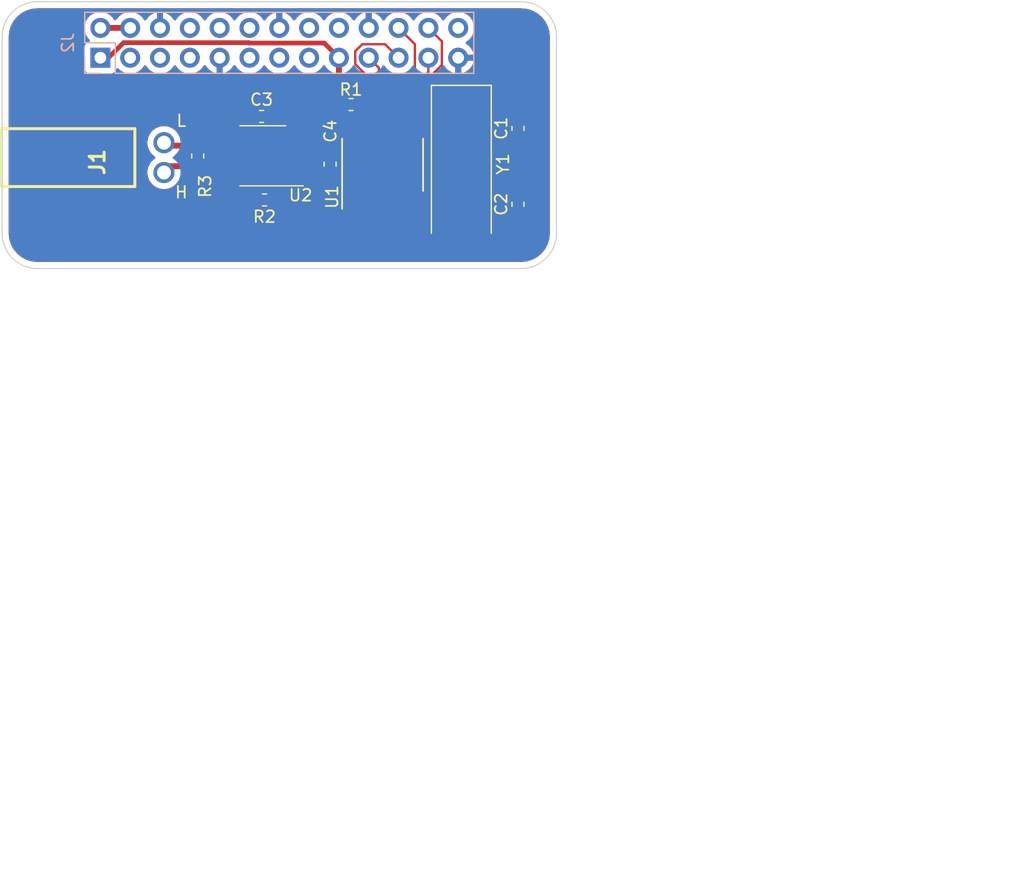
<source format=kicad_pcb>
(kicad_pcb (version 20171130) (host pcbnew "(5.1.5)-3")

  (general
    (thickness 1.6)
    (drawings 26)
    (tracks 96)
    (zones 0)
    (modules 12)
    (nets 38)
  )

  (page A3)
  (title_block
    (date "15 nov 2012")
  )

  (layers
    (0 F.Cu signal)
    (31 B.Cu signal)
    (32 B.Adhes user)
    (33 F.Adhes user)
    (34 B.Paste user)
    (35 F.Paste user)
    (36 B.SilkS user)
    (37 F.SilkS user)
    (38 B.Mask user)
    (39 F.Mask user)
    (40 Dwgs.User user)
    (41 Cmts.User user)
    (42 Eco1.User user)
    (43 Eco2.User user)
    (44 Edge.Cuts user)
    (45 Margin user)
    (46 B.CrtYd user)
    (47 F.CrtYd user)
  )

  (setup
    (last_trace_width 0.5)
    (user_trace_width 0.5)
    (trace_clearance 0.2)
    (zone_clearance 0.508)
    (zone_45_only no)
    (trace_min 0.1524)
    (via_size 0.9)
    (via_drill 0.6)
    (via_min_size 0.8)
    (via_min_drill 0.5)
    (uvia_size 0.5)
    (uvia_drill 0.1)
    (uvias_allowed no)
    (uvia_min_size 0.5)
    (uvia_min_drill 0.1)
    (edge_width 0.1)
    (segment_width 0.1)
    (pcb_text_width 0.1)
    (pcb_text_size 1 1)
    (mod_edge_width 0.15)
    (mod_text_size 1 1)
    (mod_text_width 0.15)
    (pad_size 2.5 2.5)
    (pad_drill 2.5)
    (pad_to_mask_clearance 0)
    (aux_axis_origin 200 150)
    (visible_elements 7FFFFFFF)
    (pcbplotparams
      (layerselection 0x00030_80000001)
      (usegerberextensions true)
      (usegerberattributes false)
      (usegerberadvancedattributes false)
      (creategerberjobfile false)
      (excludeedgelayer true)
      (linewidth 0.150000)
      (plotframeref false)
      (viasonmask false)
      (mode 1)
      (useauxorigin false)
      (hpglpennumber 1)
      (hpglpenspeed 20)
      (hpglpendiameter 15.000000)
      (psnegative false)
      (psa4output false)
      (plotreference true)
      (plotvalue true)
      (plotinvisibletext false)
      (padsonsilk false)
      (subtractmaskfromsilk false)
      (outputformat 1)
      (mirror false)
      (drillshape 1)
      (scaleselection 1)
      (outputdirectory ""))
  )

  (net 0 "")
  (net 1 +3V3)
  (net 2 +5V)
  (net 3 GND)
  (net 4 "/GPIO2(SDA1)")
  (net 5 "/GPIO3(SCL1)")
  (net 6 "/GPIO4(GCLK)")
  (net 7 "/GPIO14(TXD0)")
  (net 8 "/GPIO15(RXD0)")
  (net 9 "/GPIO17(GEN0)")
  (net 10 "/GPIO27(GEN2)")
  (net 11 "/GPIO22(GEN3)")
  (net 12 "/GPIO23(GEN4)")
  (net 13 "/GPIO24(GEN5)")
  (net 14 "/GPIO25(GEN6)")
  (net 15 "/GPIO18(GEN1)(PWM0)")
  (net 16 "/GPIO10(SPI0_MOSI)")
  (net 17 "/GPIO9(SPI0_MISO)")
  (net 18 "/GPIO11(SPI0_SCK)")
  (net 19 "/GPIO8(SPI0_CE_N)")
  (net 20 "/GPIO7(SPI1_CE_N)")
  (net 21 "Net-(C1-Pad2)")
  (net 22 "Net-(C2-Pad2)")
  (net 23 "Net-(U1-Pad11)")
  (net 24 "Net-(U1-Pad6)")
  (net 25 "Net-(U1-Pad5)")
  (net 26 "Net-(U1-Pad4)")
  (net 27 "Net-(U1-Pad3)")
  (net 28 "Net-(U2-Pad5)")
  (net 29 "Net-(R1-Pad1)")
  (net 30 "Net-(R2-Pad2)")
  (net 31 /CANRX)
  (net 32 /CANTX)
  (net 33 "Net-(U1-Pad15)")
  (net 34 "Net-(U1-Pad12)")
  (net 35 "Net-(U1-Pad7)")
  (net 36 "Net-(J1-Pad2)")
  (net 37 "Net-(J1-Pad1)")

  (net_class Default "This is the default net class."
    (clearance 0.2)
    (trace_width 0.2)
    (via_dia 0.9)
    (via_drill 0.6)
    (uvia_dia 0.5)
    (uvia_drill 0.1)
    (add_net +3V3)
    (add_net +5V)
    (add_net /CANRX)
    (add_net /CANTX)
    (add_net "/GPIO10(SPI0_MOSI)")
    (add_net "/GPIO11(SPI0_SCK)")
    (add_net "/GPIO14(TXD0)")
    (add_net "/GPIO15(RXD0)")
    (add_net "/GPIO17(GEN0)")
    (add_net "/GPIO18(GEN1)(PWM0)")
    (add_net "/GPIO2(SDA1)")
    (add_net "/GPIO22(GEN3)")
    (add_net "/GPIO23(GEN4)")
    (add_net "/GPIO24(GEN5)")
    (add_net "/GPIO25(GEN6)")
    (add_net "/GPIO27(GEN2)")
    (add_net "/GPIO3(SCL1)")
    (add_net "/GPIO4(GCLK)")
    (add_net "/GPIO7(SPI1_CE_N)")
    (add_net "/GPIO8(SPI0_CE_N)")
    (add_net "/GPIO9(SPI0_MISO)")
    (add_net GND)
    (add_net "Net-(C1-Pad2)")
    (add_net "Net-(C2-Pad2)")
    (add_net "Net-(J1-Pad1)")
    (add_net "Net-(J1-Pad2)")
    (add_net "Net-(R1-Pad1)")
    (add_net "Net-(R2-Pad2)")
    (add_net "Net-(U1-Pad11)")
    (add_net "Net-(U1-Pad12)")
    (add_net "Net-(U1-Pad15)")
    (add_net "Net-(U1-Pad3)")
    (add_net "Net-(U1-Pad4)")
    (add_net "Net-(U1-Pad5)")
    (add_net "Net-(U1-Pad6)")
    (add_net "Net-(U1-Pad7)")
    (add_net "Net-(U2-Pad5)")
  )

  (net_class Power ""
    (clearance 0.2)
    (trace_width 0.5)
    (via_dia 1)
    (via_drill 0.7)
    (uvia_dia 0.5)
    (uvia_drill 0.1)
  )

  (module Crystal:Crystal_SMD_HC49-SD (layer F.Cu) (tedit 5A1AD52C) (tstamp 5EB8B6FE)
    (at 239.116 107.823 270)
    (descr "SMD Crystal HC-49-SD http://cdn-reichelt.de/documents/datenblatt/B400/xxx-HC49-SMD.pdf, 11.4x4.7mm^2 package")
    (tags "SMD SMT crystal")
    (path /5EBA41F3)
    (attr smd)
    (fp_text reference Y1 (at 0 -3.55 90) (layer F.SilkS)
      (effects (font (size 1 1) (thickness 0.15)))
    )
    (fp_text value 8MHz (at 0 3.55 90) (layer F.Fab)
      (effects (font (size 1 1) (thickness 0.15)))
    )
    (fp_arc (start 3.015 0) (end 3.015 -2.115) (angle 180) (layer F.Fab) (width 0.1))
    (fp_arc (start -3.015 0) (end -3.015 -2.115) (angle -180) (layer F.Fab) (width 0.1))
    (fp_line (start 6.8 -2.6) (end -6.8 -2.6) (layer F.CrtYd) (width 0.05))
    (fp_line (start 6.8 2.6) (end 6.8 -2.6) (layer F.CrtYd) (width 0.05))
    (fp_line (start -6.8 2.6) (end 6.8 2.6) (layer F.CrtYd) (width 0.05))
    (fp_line (start -6.8 -2.6) (end -6.8 2.6) (layer F.CrtYd) (width 0.05))
    (fp_line (start -6.7 2.55) (end 5.9 2.55) (layer F.SilkS) (width 0.12))
    (fp_line (start -6.7 -2.55) (end -6.7 2.55) (layer F.SilkS) (width 0.12))
    (fp_line (start 5.9 -2.55) (end -6.7 -2.55) (layer F.SilkS) (width 0.12))
    (fp_line (start -3.015 2.115) (end 3.015 2.115) (layer F.Fab) (width 0.1))
    (fp_line (start -3.015 -2.115) (end 3.015 -2.115) (layer F.Fab) (width 0.1))
    (fp_line (start 5.7 -2.35) (end -5.7 -2.35) (layer F.Fab) (width 0.1))
    (fp_line (start 5.7 2.35) (end 5.7 -2.35) (layer F.Fab) (width 0.1))
    (fp_line (start -5.7 2.35) (end 5.7 2.35) (layer F.Fab) (width 0.1))
    (fp_line (start -5.7 -2.35) (end -5.7 2.35) (layer F.Fab) (width 0.1))
    (fp_text user %R (at 0 0 90) (layer F.Fab)
      (effects (font (size 1 1) (thickness 0.15)))
    )
    (pad 2 smd rect (at 4.25 0 270) (size 4.5 2) (layers F.Cu F.Paste F.Mask)
      (net 22 "Net-(C2-Pad2)"))
    (pad 1 smd rect (at -4.25 0 270) (size 4.5 2) (layers F.Cu F.Paste F.Mask)
      (net 21 "Net-(C1-Pad2)"))
    (model ${KISYS3DMOD}/Crystal.3dshapes/Crystal_SMD_HC49-SD.wrl
      (at (xyz 0 0 0))
      (scale (xyz 1 1 1))
      (rotate (xyz 0 0 0))
    )
  )

  (module Connector_PinSocket_2.54mm:PinSocket_2x13_P2.54mm_Vertical (layer B.Cu) (tedit 5A19A430) (tstamp 5ECF02E0)
    (at 208.37 98.77 270)
    (descr "Through hole straight socket strip, 2x13, 2.54mm pitch, double cols (from Kicad 4.0.7), script generated")
    (tags "Through hole socket strip THT 2x13 2.54mm double row")
    (path /5ECF3C25)
    (fp_text reference J2 (at -1.27 2.77 270) (layer B.SilkS)
      (effects (font (size 1 1) (thickness 0.15)) (justify mirror))
    )
    (fp_text value Conn_02x13_Odd_Even (at -1.27 -33.25 270) (layer B.Fab)
      (effects (font (size 1 1) (thickness 0.15)) (justify mirror))
    )
    (fp_text user %R (at -1.27 -15.24) (layer B.Fab)
      (effects (font (size 1 1) (thickness 0.15)) (justify mirror))
    )
    (fp_line (start -4.34 -32.25) (end -4.34 1.8) (layer B.CrtYd) (width 0.05))
    (fp_line (start 1.76 -32.25) (end -4.34 -32.25) (layer B.CrtYd) (width 0.05))
    (fp_line (start 1.76 1.8) (end 1.76 -32.25) (layer B.CrtYd) (width 0.05))
    (fp_line (start -4.34 1.8) (end 1.76 1.8) (layer B.CrtYd) (width 0.05))
    (fp_line (start 0 1.33) (end 1.33 1.33) (layer B.SilkS) (width 0.12))
    (fp_line (start 1.33 1.33) (end 1.33 0) (layer B.SilkS) (width 0.12))
    (fp_line (start -1.27 1.33) (end -1.27 -1.27) (layer B.SilkS) (width 0.12))
    (fp_line (start -1.27 -1.27) (end 1.33 -1.27) (layer B.SilkS) (width 0.12))
    (fp_line (start 1.33 -1.27) (end 1.33 -31.81) (layer B.SilkS) (width 0.12))
    (fp_line (start -3.87 -31.81) (end 1.33 -31.81) (layer B.SilkS) (width 0.12))
    (fp_line (start -3.87 1.33) (end -3.87 -31.81) (layer B.SilkS) (width 0.12))
    (fp_line (start -3.87 1.33) (end -1.27 1.33) (layer B.SilkS) (width 0.12))
    (fp_line (start -3.81 -31.75) (end -3.81 1.27) (layer B.Fab) (width 0.1))
    (fp_line (start 1.27 -31.75) (end -3.81 -31.75) (layer B.Fab) (width 0.1))
    (fp_line (start 1.27 0.27) (end 1.27 -31.75) (layer B.Fab) (width 0.1))
    (fp_line (start 0.27 1.27) (end 1.27 0.27) (layer B.Fab) (width 0.1))
    (fp_line (start -3.81 1.27) (end 0.27 1.27) (layer B.Fab) (width 0.1))
    (pad 26 thru_hole oval (at -2.54 -30.48 270) (size 1.7 1.7) (drill 1) (layers *.Cu *.Mask)
      (net 20 "/GPIO7(SPI1_CE_N)"))
    (pad 25 thru_hole oval (at 0 -30.48 270) (size 1.7 1.7) (drill 1) (layers *.Cu *.Mask)
      (net 3 GND))
    (pad 24 thru_hole oval (at -2.54 -27.94 270) (size 1.7 1.7) (drill 1) (layers *.Cu *.Mask)
      (net 19 "/GPIO8(SPI0_CE_N)"))
    (pad 23 thru_hole oval (at 0 -27.94 270) (size 1.7 1.7) (drill 1) (layers *.Cu *.Mask)
      (net 18 "/GPIO11(SPI0_SCK)"))
    (pad 22 thru_hole oval (at -2.54 -25.4 270) (size 1.7 1.7) (drill 1) (layers *.Cu *.Mask)
      (net 14 "/GPIO25(GEN6)"))
    (pad 21 thru_hole oval (at 0 -25.4 270) (size 1.7 1.7) (drill 1) (layers *.Cu *.Mask)
      (net 17 "/GPIO9(SPI0_MISO)"))
    (pad 20 thru_hole oval (at -2.54 -22.86 270) (size 1.7 1.7) (drill 1) (layers *.Cu *.Mask)
      (net 3 GND))
    (pad 19 thru_hole oval (at 0 -22.86 270) (size 1.7 1.7) (drill 1) (layers *.Cu *.Mask)
      (net 16 "/GPIO10(SPI0_MOSI)"))
    (pad 18 thru_hole oval (at -2.54 -20.32 270) (size 1.7 1.7) (drill 1) (layers *.Cu *.Mask)
      (net 13 "/GPIO24(GEN5)"))
    (pad 17 thru_hole oval (at 0 -20.32 270) (size 1.7 1.7) (drill 1) (layers *.Cu *.Mask)
      (net 1 +3V3))
    (pad 16 thru_hole oval (at -2.54 -17.78 270) (size 1.7 1.7) (drill 1) (layers *.Cu *.Mask)
      (net 12 "/GPIO23(GEN4)"))
    (pad 15 thru_hole oval (at 0 -17.78 270) (size 1.7 1.7) (drill 1) (layers *.Cu *.Mask)
      (net 11 "/GPIO22(GEN3)"))
    (pad 14 thru_hole oval (at -2.54 -15.24 270) (size 1.7 1.7) (drill 1) (layers *.Cu *.Mask)
      (net 3 GND))
    (pad 13 thru_hole oval (at 0 -15.24 270) (size 1.7 1.7) (drill 1) (layers *.Cu *.Mask)
      (net 10 "/GPIO27(GEN2)"))
    (pad 12 thru_hole oval (at -2.54 -12.7 270) (size 1.7 1.7) (drill 1) (layers *.Cu *.Mask)
      (net 15 "/GPIO18(GEN1)(PWM0)"))
    (pad 11 thru_hole oval (at 0 -12.7 270) (size 1.7 1.7) (drill 1) (layers *.Cu *.Mask)
      (net 9 "/GPIO17(GEN0)"))
    (pad 10 thru_hole oval (at -2.54 -10.16 270) (size 1.7 1.7) (drill 1) (layers *.Cu *.Mask)
      (net 8 "/GPIO15(RXD0)"))
    (pad 9 thru_hole oval (at 0 -10.16 270) (size 1.7 1.7) (drill 1) (layers *.Cu *.Mask)
      (net 3 GND))
    (pad 8 thru_hole oval (at -2.54 -7.62 270) (size 1.7 1.7) (drill 1) (layers *.Cu *.Mask)
      (net 7 "/GPIO14(TXD0)"))
    (pad 7 thru_hole oval (at 0 -7.62 270) (size 1.7 1.7) (drill 1) (layers *.Cu *.Mask)
      (net 6 "/GPIO4(GCLK)"))
    (pad 6 thru_hole oval (at -2.54 -5.08 270) (size 1.7 1.7) (drill 1) (layers *.Cu *.Mask)
      (net 3 GND))
    (pad 5 thru_hole oval (at 0 -5.08 270) (size 1.7 1.7) (drill 1) (layers *.Cu *.Mask)
      (net 5 "/GPIO3(SCL1)"))
    (pad 4 thru_hole oval (at -2.54 -2.54 270) (size 1.7 1.7) (drill 1) (layers *.Cu *.Mask)
      (net 2 +5V))
    (pad 3 thru_hole oval (at 0 -2.54 270) (size 1.7 1.7) (drill 1) (layers *.Cu *.Mask)
      (net 4 "/GPIO2(SDA1)"))
    (pad 2 thru_hole oval (at -2.54 0 270) (size 1.7 1.7) (drill 1) (layers *.Cu *.Mask)
      (net 2 +5V))
    (pad 1 thru_hole rect (at 0 0 270) (size 1.7 1.7) (drill 1) (layers *.Cu *.Mask)
      (net 1 +3V3))
    (model ${KISYS3DMOD}/Connector_PinSocket_2.54mm.3dshapes/PinSocket_2x13_P2.54mm_Vertical.wrl
      (at (xyz 0 0 0))
      (scale (xyz 1 1 1))
      (rotate (xyz 0 0 0))
    )
  )

  (module SamacSys_Parts:171857-0002 (layer F.Cu) (tedit 0) (tstamp 5EB94EAE)
    (at 208.128 107.2772 90)
    (descr 171857-0002)
    (tags Connector)
    (path /5EB8D426)
    (fp_text reference J1 (at -0.37986 -0.01384 90) (layer F.SilkS)
      (effects (font (size 1.27 1.27) (thickness 0.254)))
    )
    (fp_text value 171857-0002 (at -0.37986 -0.01384 90) (layer F.SilkS) hide
      (effects (font (size 1.27 1.27) (thickness 0.254)))
    )
    (fp_line (start -2.465 -8.18) (end -2.465 3.18) (layer F.SilkS) (width 0.254))
    (fp_line (start 2.465 -8.18) (end -2.465 -8.18) (layer F.SilkS) (width 0.254))
    (fp_line (start 2.465 3.18) (end 2.465 -8.18) (layer F.SilkS) (width 0.254))
    (fp_line (start -2.465 3.18) (end 2.465 3.18) (layer F.SilkS) (width 0.254))
    (fp_line (start -2.465 3.18) (end -2.465 -8.18) (layer F.Fab) (width 0.254))
    (fp_line (start 2.465 3.18) (end -2.465 3.18) (layer F.Fab) (width 0.254))
    (fp_line (start 2.465 -8.18) (end 2.465 3.18) (layer F.Fab) (width 0.254))
    (fp_line (start -2.465 -8.18) (end 2.465 -8.18) (layer F.Fab) (width 0.254))
    (fp_text user %R (at -0.37986 -0.01384 90) (layer F.Fab)
      (effects (font (size 1.27 1.27) (thickness 0.254)))
    )
    (pad 2 thru_hole circle (at 1.27 5.66 90) (size 1.8 1.8) (drill 1.19) (layers *.Cu *.Mask)
      (net 36 "Net-(J1-Pad2)"))
    (pad 1 thru_hole circle (at -1.27 5.66 90) (size 1.8 1.8) (drill 1.19) (layers *.Cu *.Mask)
      (net 37 "Net-(J1-Pad1)"))
    (model C:\SamacSys_PCB_Library\KiCad\SamacSys_Parts.3dshapes\171857-0002.stp
      (at (xyz 0 0 0))
      (scale (xyz 1 1 1))
      (rotate (xyz 0 0 0))
    )
  )

  (module Package_SO:TSSOP-20_4.4x6.5mm_P0.65mm (layer F.Cu) (tedit 5A02F25C) (tstamp 5EB8E1AE)
    (at 232.4104 107.8868 90)
    (descr "20-Lead Plastic Thin Shrink Small Outline (ST)-4.4 mm Body [TSSOP] (see Microchip Packaging Specification 00000049BS.pdf)")
    (tags "SSOP 0.65")
    (path /5EC3BCAA)
    (attr smd)
    (fp_text reference U1 (at -2.7432 -4.3 90) (layer F.SilkS)
      (effects (font (size 1 1) (thickness 0.15)))
    )
    (fp_text value MCP2515-xST (at 0 4.3 90) (layer F.Fab)
      (effects (font (size 1 1) (thickness 0.15)))
    )
    (fp_text user %R (at 0 0 90) (layer F.Fab)
      (effects (font (size 0.8 0.8) (thickness 0.15)))
    )
    (fp_line (start -3.75 -3.45) (end 2.225 -3.45) (layer F.SilkS) (width 0.15))
    (fp_line (start -2.225 3.45) (end 2.225 3.45) (layer F.SilkS) (width 0.15))
    (fp_line (start -3.95 3.55) (end 3.95 3.55) (layer F.CrtYd) (width 0.05))
    (fp_line (start -3.95 -3.55) (end 3.95 -3.55) (layer F.CrtYd) (width 0.05))
    (fp_line (start 3.95 -3.55) (end 3.95 3.55) (layer F.CrtYd) (width 0.05))
    (fp_line (start -3.95 -3.55) (end -3.95 3.55) (layer F.CrtYd) (width 0.05))
    (fp_line (start -2.2 -2.25) (end -1.2 -3.25) (layer F.Fab) (width 0.15))
    (fp_line (start -2.2 3.25) (end -2.2 -2.25) (layer F.Fab) (width 0.15))
    (fp_line (start 2.2 3.25) (end -2.2 3.25) (layer F.Fab) (width 0.15))
    (fp_line (start 2.2 -3.25) (end 2.2 3.25) (layer F.Fab) (width 0.15))
    (fp_line (start -1.2 -3.25) (end 2.2 -3.25) (layer F.Fab) (width 0.15))
    (pad 20 smd rect (at 2.95 -2.925 90) (size 1.45 0.45) (layers F.Cu F.Paste F.Mask)
      (net 1 +3V3))
    (pad 19 smd rect (at 2.95 -2.275 90) (size 1.45 0.45) (layers F.Cu F.Paste F.Mask)
      (net 29 "Net-(R1-Pad1)"))
    (pad 18 smd rect (at 2.95 -1.625 90) (size 1.45 0.45) (layers F.Cu F.Paste F.Mask)
      (net 19 "/GPIO8(SPI0_CE_N)"))
    (pad 17 smd rect (at 2.95 -0.975 90) (size 1.45 0.45) (layers F.Cu F.Paste F.Mask)
      (net 17 "/GPIO9(SPI0_MISO)"))
    (pad 16 smd rect (at 2.95 -0.325 90) (size 1.45 0.45) (layers F.Cu F.Paste F.Mask)
      (net 16 "/GPIO10(SPI0_MOSI)"))
    (pad 15 smd rect (at 2.95 0.325 90) (size 1.45 0.45) (layers F.Cu F.Paste F.Mask)
      (net 33 "Net-(U1-Pad15)"))
    (pad 14 smd rect (at 2.95 0.975 90) (size 1.45 0.45) (layers F.Cu F.Paste F.Mask)
      (net 18 "/GPIO11(SPI0_SCK)"))
    (pad 13 smd rect (at 2.95 1.625 90) (size 1.45 0.45) (layers F.Cu F.Paste F.Mask)
      (net 14 "/GPIO25(GEN6)"))
    (pad 12 smd rect (at 2.95 2.275 90) (size 1.45 0.45) (layers F.Cu F.Paste F.Mask)
      (net 34 "Net-(U1-Pad12)"))
    (pad 11 smd rect (at 2.95 2.925 90) (size 1.45 0.45) (layers F.Cu F.Paste F.Mask)
      (net 23 "Net-(U1-Pad11)"))
    (pad 10 smd rect (at -2.95 2.925 90) (size 1.45 0.45) (layers F.Cu F.Paste F.Mask)
      (net 3 GND))
    (pad 9 smd rect (at -2.95 2.275 90) (size 1.45 0.45) (layers F.Cu F.Paste F.Mask)
      (net 22 "Net-(C2-Pad2)"))
    (pad 8 smd rect (at -2.95 1.625 90) (size 1.45 0.45) (layers F.Cu F.Paste F.Mask)
      (net 21 "Net-(C1-Pad2)"))
    (pad 7 smd rect (at -2.95 0.975 90) (size 1.45 0.45) (layers F.Cu F.Paste F.Mask)
      (net 35 "Net-(U1-Pad7)"))
    (pad 6 smd rect (at -2.95 0.325 90) (size 1.45 0.45) (layers F.Cu F.Paste F.Mask)
      (net 24 "Net-(U1-Pad6)"))
    (pad 5 smd rect (at -2.95 -0.325 90) (size 1.45 0.45) (layers F.Cu F.Paste F.Mask)
      (net 25 "Net-(U1-Pad5)"))
    (pad 4 smd rect (at -2.95 -0.975 90) (size 1.45 0.45) (layers F.Cu F.Paste F.Mask)
      (net 26 "Net-(U1-Pad4)"))
    (pad 3 smd rect (at -2.95 -1.625 90) (size 1.45 0.45) (layers F.Cu F.Paste F.Mask)
      (net 27 "Net-(U1-Pad3)"))
    (pad 2 smd rect (at -2.95 -2.275 90) (size 1.45 0.45) (layers F.Cu F.Paste F.Mask)
      (net 31 /CANRX))
    (pad 1 smd rect (at -2.95 -2.925 90) (size 1.45 0.45) (layers F.Cu F.Paste F.Mask)
      (net 32 /CANTX))
    (model ${KISYS3DMOD}/Package_SO.3dshapes/TSSOP-20_4.4x6.5mm_P0.65mm.wrl
      (at (xyz 0 0 0))
      (scale (xyz 1 1 1))
      (rotate (xyz 0 0 0))
    )
  )

  (module Resistor_SMD:R_0603_1608Metric_Pad1.05x0.95mm_HandSolder (layer F.Cu) (tedit 5B301BBD) (tstamp 5EB8DCA7)
    (at 216.6624 107.1362 270)
    (descr "Resistor SMD 0603 (1608 Metric), square (rectangular) end terminal, IPC_7351 nominal with elongated pad for handsoldering. (Body size source: http://www.tortai-tech.com/upload/download/2011102023233369053.pdf), generated with kicad-footprint-generator")
    (tags "resistor handsolder")
    (path /5EC33C2F)
    (attr smd)
    (fp_text reference R3 (at 2.5918 -0.6346 90) (layer F.SilkS)
      (effects (font (size 1 1) (thickness 0.15)))
    )
    (fp_text value 120 (at 0 1.43 90) (layer F.Fab)
      (effects (font (size 1 1) (thickness 0.15)))
    )
    (fp_text user %R (at 0 0 90) (layer F.Fab)
      (effects (font (size 0.4 0.4) (thickness 0.06)))
    )
    (fp_line (start 1.65 0.73) (end -1.65 0.73) (layer F.CrtYd) (width 0.05))
    (fp_line (start 1.65 -0.73) (end 1.65 0.73) (layer F.CrtYd) (width 0.05))
    (fp_line (start -1.65 -0.73) (end 1.65 -0.73) (layer F.CrtYd) (width 0.05))
    (fp_line (start -1.65 0.73) (end -1.65 -0.73) (layer F.CrtYd) (width 0.05))
    (fp_line (start -0.171267 0.51) (end 0.171267 0.51) (layer F.SilkS) (width 0.12))
    (fp_line (start -0.171267 -0.51) (end 0.171267 -0.51) (layer F.SilkS) (width 0.12))
    (fp_line (start 0.8 0.4) (end -0.8 0.4) (layer F.Fab) (width 0.1))
    (fp_line (start 0.8 -0.4) (end 0.8 0.4) (layer F.Fab) (width 0.1))
    (fp_line (start -0.8 -0.4) (end 0.8 -0.4) (layer F.Fab) (width 0.1))
    (fp_line (start -0.8 0.4) (end -0.8 -0.4) (layer F.Fab) (width 0.1))
    (pad 2 smd roundrect (at 0.875 0 270) (size 1.05 0.95) (layers F.Cu F.Paste F.Mask) (roundrect_rratio 0.25)
      (net 37 "Net-(J1-Pad1)"))
    (pad 1 smd roundrect (at -0.875 0 270) (size 1.05 0.95) (layers F.Cu F.Paste F.Mask) (roundrect_rratio 0.25)
      (net 36 "Net-(J1-Pad2)"))
    (model ${KISYS3DMOD}/Resistor_SMD.3dshapes/R_0603_1608Metric.wrl
      (at (xyz 0 0 0))
      (scale (xyz 1 1 1))
      (rotate (xyz 0 0 0))
    )
  )

  (module Capacitor_SMD:C_0603_1608Metric_Pad1.05x0.95mm_HandSolder (layer F.Cu) (tedit 5B301BBE) (tstamp 5EB8DBA4)
    (at 222.098 103.772)
    (descr "Capacitor SMD 0603 (1608 Metric), square (rectangular) end terminal, IPC_7351 nominal with elongated pad for handsoldering. (Body size source: http://www.tortai-tech.com/upload/download/2011102023233369053.pdf), generated with kicad-footprint-generator")
    (tags "capacitor handsolder")
    (path /5EC16281)
    (attr smd)
    (fp_text reference C3 (at 0 -1.43) (layer F.SilkS)
      (effects (font (size 1 1) (thickness 0.15)))
    )
    (fp_text value .1uF (at 0 1.43) (layer F.Fab)
      (effects (font (size 1 1) (thickness 0.15)))
    )
    (fp_text user %R (at 0 0) (layer F.Fab)
      (effects (font (size 0.4 0.4) (thickness 0.06)))
    )
    (fp_line (start 1.65 0.73) (end -1.65 0.73) (layer F.CrtYd) (width 0.05))
    (fp_line (start 1.65 -0.73) (end 1.65 0.73) (layer F.CrtYd) (width 0.05))
    (fp_line (start -1.65 -0.73) (end 1.65 -0.73) (layer F.CrtYd) (width 0.05))
    (fp_line (start -1.65 0.73) (end -1.65 -0.73) (layer F.CrtYd) (width 0.05))
    (fp_line (start -0.171267 0.51) (end 0.171267 0.51) (layer F.SilkS) (width 0.12))
    (fp_line (start -0.171267 -0.51) (end 0.171267 -0.51) (layer F.SilkS) (width 0.12))
    (fp_line (start 0.8 0.4) (end -0.8 0.4) (layer F.Fab) (width 0.1))
    (fp_line (start 0.8 -0.4) (end 0.8 0.4) (layer F.Fab) (width 0.1))
    (fp_line (start -0.8 -0.4) (end 0.8 -0.4) (layer F.Fab) (width 0.1))
    (fp_line (start -0.8 0.4) (end -0.8 -0.4) (layer F.Fab) (width 0.1))
    (pad 2 smd roundrect (at 0.875 0) (size 1.05 0.95) (layers F.Cu F.Paste F.Mask) (roundrect_rratio 0.25)
      (net 1 +3V3))
    (pad 1 smd roundrect (at -0.875 0) (size 1.05 0.95) (layers F.Cu F.Paste F.Mask) (roundrect_rratio 0.25)
      (net 3 GND))
    (model ${KISYS3DMOD}/Capacitor_SMD.3dshapes/C_0603_1608Metric.wrl
      (at (xyz 0 0 0))
      (scale (xyz 1 1 1))
      (rotate (xyz 0 0 0))
    )
  )

  (module Capacitor_SMD:C_0603_1608Metric_Pad1.05x0.95mm_HandSolder (layer F.Cu) (tedit 5B301BBE) (tstamp 5EB8F55C)
    (at 227.94 107.836 90)
    (descr "Capacitor SMD 0603 (1608 Metric), square (rectangular) end terminal, IPC_7351 nominal with elongated pad for handsoldering. (Body size source: http://www.tortai-tech.com/upload/download/2011102023233369053.pdf), generated with kicad-footprint-generator")
    (tags "capacitor handsolder")
    (path /5EC11625)
    (attr smd)
    (fp_text reference C4 (at 2.807 0.025 90) (layer F.SilkS)
      (effects (font (size 1 1) (thickness 0.15)))
    )
    (fp_text value .1uF (at 0 1.43 90) (layer F.Fab)
      (effects (font (size 1 1) (thickness 0.15)))
    )
    (fp_text user %R (at 0 0 90) (layer F.Fab)
      (effects (font (size 0.4 0.4) (thickness 0.06)))
    )
    (fp_line (start 1.65 0.73) (end -1.65 0.73) (layer F.CrtYd) (width 0.05))
    (fp_line (start 1.65 -0.73) (end 1.65 0.73) (layer F.CrtYd) (width 0.05))
    (fp_line (start -1.65 -0.73) (end 1.65 -0.73) (layer F.CrtYd) (width 0.05))
    (fp_line (start -1.65 0.73) (end -1.65 -0.73) (layer F.CrtYd) (width 0.05))
    (fp_line (start -0.171267 0.51) (end 0.171267 0.51) (layer F.SilkS) (width 0.12))
    (fp_line (start -0.171267 -0.51) (end 0.171267 -0.51) (layer F.SilkS) (width 0.12))
    (fp_line (start 0.8 0.4) (end -0.8 0.4) (layer F.Fab) (width 0.1))
    (fp_line (start 0.8 -0.4) (end 0.8 0.4) (layer F.Fab) (width 0.1))
    (fp_line (start -0.8 -0.4) (end 0.8 -0.4) (layer F.Fab) (width 0.1))
    (fp_line (start -0.8 0.4) (end -0.8 -0.4) (layer F.Fab) (width 0.1))
    (pad 2 smd roundrect (at 0.875 0 90) (size 1.05 0.95) (layers F.Cu F.Paste F.Mask) (roundrect_rratio 0.25)
      (net 1 +3V3))
    (pad 1 smd roundrect (at -0.875 0 90) (size 1.05 0.95) (layers F.Cu F.Paste F.Mask) (roundrect_rratio 0.25)
      (net 3 GND))
    (model ${KISYS3DMOD}/Capacitor_SMD.3dshapes/C_0603_1608Metric.wrl
      (at (xyz 0 0 0))
      (scale (xyz 1 1 1))
      (rotate (xyz 0 0 0))
    )
  )

  (module Resistor_SMD:R_0603_1608Metric_Pad1.05x0.95mm_HandSolder (layer F.Cu) (tedit 5B301BBD) (tstamp 5EB8B46E)
    (at 222.352 110.884 180)
    (descr "Resistor SMD 0603 (1608 Metric), square (rectangular) end terminal, IPC_7351 nominal with elongated pad for handsoldering. (Body size source: http://www.tortai-tech.com/upload/download/2011102023233369053.pdf), generated with kicad-footprint-generator")
    (tags "resistor handsolder")
    (path /5EBDA104)
    (attr smd)
    (fp_text reference R2 (at 0 -1.43) (layer F.SilkS)
      (effects (font (size 1 1) (thickness 0.15)))
    )
    (fp_text value 1K (at 0 1.43) (layer F.Fab)
      (effects (font (size 1 1) (thickness 0.15)))
    )
    (fp_text user %R (at 0 0) (layer F.Fab)
      (effects (font (size 0.4 0.4) (thickness 0.06)))
    )
    (fp_line (start 1.65 0.73) (end -1.65 0.73) (layer F.CrtYd) (width 0.05))
    (fp_line (start 1.65 -0.73) (end 1.65 0.73) (layer F.CrtYd) (width 0.05))
    (fp_line (start -1.65 -0.73) (end 1.65 -0.73) (layer F.CrtYd) (width 0.05))
    (fp_line (start -1.65 0.73) (end -1.65 -0.73) (layer F.CrtYd) (width 0.05))
    (fp_line (start -0.171267 0.51) (end 0.171267 0.51) (layer F.SilkS) (width 0.12))
    (fp_line (start -0.171267 -0.51) (end 0.171267 -0.51) (layer F.SilkS) (width 0.12))
    (fp_line (start 0.8 0.4) (end -0.8 0.4) (layer F.Fab) (width 0.1))
    (fp_line (start 0.8 -0.4) (end 0.8 0.4) (layer F.Fab) (width 0.1))
    (fp_line (start -0.8 -0.4) (end 0.8 -0.4) (layer F.Fab) (width 0.1))
    (fp_line (start -0.8 0.4) (end -0.8 -0.4) (layer F.Fab) (width 0.1))
    (pad 2 smd roundrect (at 0.875 0 180) (size 1.05 0.95) (layers F.Cu F.Paste F.Mask) (roundrect_rratio 0.25)
      (net 30 "Net-(R2-Pad2)"))
    (pad 1 smd roundrect (at -0.875 0 180) (size 1.05 0.95) (layers F.Cu F.Paste F.Mask) (roundrect_rratio 0.25)
      (net 3 GND))
    (model ${KISYS3DMOD}/Resistor_SMD.3dshapes/R_0603_1608Metric.wrl
      (at (xyz 0 0 0))
      (scale (xyz 1 1 1))
      (rotate (xyz 0 0 0))
    )
  )

  (module Resistor_SMD:R_0603_1608Metric_Pad1.05x0.95mm_HandSolder (layer F.Cu) (tedit 5B301BBD) (tstamp 5EB8B45D)
    (at 229.718 102.756 180)
    (descr "Resistor SMD 0603 (1608 Metric), square (rectangular) end terminal, IPC_7351 nominal with elongated pad for handsoldering. (Body size source: http://www.tortai-tech.com/upload/download/2011102023233369053.pdf), generated with kicad-footprint-generator")
    (tags "resistor handsolder")
    (path /5EBEB2E9)
    (attr smd)
    (fp_text reference R1 (at 0 1.27) (layer F.SilkS)
      (effects (font (size 1 1) (thickness 0.15)))
    )
    (fp_text value 10K (at 0 1.43) (layer F.Fab)
      (effects (font (size 1 1) (thickness 0.15)))
    )
    (fp_text user %R (at 0 0) (layer F.Fab)
      (effects (font (size 0.4 0.4) (thickness 0.06)))
    )
    (fp_line (start 1.65 0.73) (end -1.65 0.73) (layer F.CrtYd) (width 0.05))
    (fp_line (start 1.65 -0.73) (end 1.65 0.73) (layer F.CrtYd) (width 0.05))
    (fp_line (start -1.65 -0.73) (end 1.65 -0.73) (layer F.CrtYd) (width 0.05))
    (fp_line (start -1.65 0.73) (end -1.65 -0.73) (layer F.CrtYd) (width 0.05))
    (fp_line (start -0.171267 0.51) (end 0.171267 0.51) (layer F.SilkS) (width 0.12))
    (fp_line (start -0.171267 -0.51) (end 0.171267 -0.51) (layer F.SilkS) (width 0.12))
    (fp_line (start 0.8 0.4) (end -0.8 0.4) (layer F.Fab) (width 0.1))
    (fp_line (start 0.8 -0.4) (end 0.8 0.4) (layer F.Fab) (width 0.1))
    (fp_line (start -0.8 -0.4) (end 0.8 -0.4) (layer F.Fab) (width 0.1))
    (fp_line (start -0.8 0.4) (end -0.8 -0.4) (layer F.Fab) (width 0.1))
    (pad 2 smd roundrect (at 0.875 0 180) (size 1.05 0.95) (layers F.Cu F.Paste F.Mask) (roundrect_rratio 0.25)
      (net 1 +3V3))
    (pad 1 smd roundrect (at -0.875 0 180) (size 1.05 0.95) (layers F.Cu F.Paste F.Mask) (roundrect_rratio 0.25)
      (net 29 "Net-(R1-Pad1)"))
    (model ${KISYS3DMOD}/Resistor_SMD.3dshapes/R_0603_1608Metric.wrl
      (at (xyz 0 0 0))
      (scale (xyz 1 1 1))
      (rotate (xyz 0 0 0))
    )
  )

  (module Package_SO:SOIC-8_3.9x4.9mm_P1.27mm (layer F.Cu) (tedit 5C97300E) (tstamp 5EB89F7A)
    (at 222.1996 107.1248 180)
    (descr "SOIC, 8 Pin (JEDEC MS-012AA, https://www.analog.com/media/en/package-pcb-resources/package/pkg_pdf/soic_narrow-r/r_8.pdf), generated with kicad-footprint-generator ipc_gullwing_generator.py")
    (tags "SOIC SO")
    (path /5EBA7DA1)
    (attr smd)
    (fp_text reference U2 (at -3.2254 -3.3652) (layer F.SilkS)
      (effects (font (size 1 1) (thickness 0.15)))
    )
    (fp_text value SN65HVD230 (at 0 3.4) (layer F.Fab)
      (effects (font (size 1 1) (thickness 0.15)))
    )
    (fp_text user %R (at 0 0) (layer F.Fab)
      (effects (font (size 0.98 0.98) (thickness 0.15)))
    )
    (fp_line (start 3.7 -2.7) (end -3.7 -2.7) (layer F.CrtYd) (width 0.05))
    (fp_line (start 3.7 2.7) (end 3.7 -2.7) (layer F.CrtYd) (width 0.05))
    (fp_line (start -3.7 2.7) (end 3.7 2.7) (layer F.CrtYd) (width 0.05))
    (fp_line (start -3.7 -2.7) (end -3.7 2.7) (layer F.CrtYd) (width 0.05))
    (fp_line (start -1.95 -1.475) (end -0.975 -2.45) (layer F.Fab) (width 0.1))
    (fp_line (start -1.95 2.45) (end -1.95 -1.475) (layer F.Fab) (width 0.1))
    (fp_line (start 1.95 2.45) (end -1.95 2.45) (layer F.Fab) (width 0.1))
    (fp_line (start 1.95 -2.45) (end 1.95 2.45) (layer F.Fab) (width 0.1))
    (fp_line (start -0.975 -2.45) (end 1.95 -2.45) (layer F.Fab) (width 0.1))
    (fp_line (start 0 -2.56) (end -3.45 -2.56) (layer F.SilkS) (width 0.12))
    (fp_line (start 0 -2.56) (end 1.95 -2.56) (layer F.SilkS) (width 0.12))
    (fp_line (start 0 2.56) (end -1.95 2.56) (layer F.SilkS) (width 0.12))
    (fp_line (start 0 2.56) (end 1.95 2.56) (layer F.SilkS) (width 0.12))
    (pad 8 smd roundrect (at 2.475 -1.905 180) (size 1.95 0.6) (layers F.Cu F.Paste F.Mask) (roundrect_rratio 0.25)
      (net 30 "Net-(R2-Pad2)"))
    (pad 7 smd roundrect (at 2.475 -0.635 180) (size 1.95 0.6) (layers F.Cu F.Paste F.Mask) (roundrect_rratio 0.25)
      (net 37 "Net-(J1-Pad1)"))
    (pad 6 smd roundrect (at 2.475 0.635 180) (size 1.95 0.6) (layers F.Cu F.Paste F.Mask) (roundrect_rratio 0.25)
      (net 36 "Net-(J1-Pad2)"))
    (pad 5 smd roundrect (at 2.475 1.905 180) (size 1.95 0.6) (layers F.Cu F.Paste F.Mask) (roundrect_rratio 0.25)
      (net 28 "Net-(U2-Pad5)"))
    (pad 4 smd roundrect (at -2.475 1.905 180) (size 1.95 0.6) (layers F.Cu F.Paste F.Mask) (roundrect_rratio 0.25)
      (net 31 /CANRX))
    (pad 3 smd roundrect (at -2.475 0.635 180) (size 1.95 0.6) (layers F.Cu F.Paste F.Mask) (roundrect_rratio 0.25)
      (net 1 +3V3))
    (pad 2 smd roundrect (at -2.475 -0.635 180) (size 1.95 0.6) (layers F.Cu F.Paste F.Mask) (roundrect_rratio 0.25)
      (net 3 GND))
    (pad 1 smd roundrect (at -2.475 -1.905 180) (size 1.95 0.6) (layers F.Cu F.Paste F.Mask) (roundrect_rratio 0.25)
      (net 32 /CANTX))
    (model ${KISYS3DMOD}/Package_SO.3dshapes/SOIC-8_3.9x4.9mm_P1.27mm.wrl
      (at (xyz 0 0 0))
      (scale (xyz 1 1 1))
      (rotate (xyz 0 0 0))
    )
  )

  (module Capacitor_SMD:C_0603_1608Metric_Pad1.05x0.95mm_HandSolder (layer F.Cu) (tedit 5B301BBE) (tstamp 5EB8FB25)
    (at 243.942 111.252 270)
    (descr "Capacitor SMD 0603 (1608 Metric), square (rectangular) end terminal, IPC_7351 nominal with elongated pad for handsoldering. (Body size source: http://www.tortai-tech.com/upload/download/2011102023233369053.pdf), generated with kicad-footprint-generator")
    (tags "capacitor handsolder")
    (path /5EBB031C)
    (attr smd)
    (fp_text reference C2 (at 0 1.43 90) (layer F.SilkS)
      (effects (font (size 1 1) (thickness 0.15)))
    )
    (fp_text value 22pF (at 0 1.43 90) (layer F.Fab)
      (effects (font (size 1 1) (thickness 0.15)))
    )
    (fp_text user %R (at 0 0 90) (layer F.Fab)
      (effects (font (size 0.4 0.4) (thickness 0.06)))
    )
    (fp_line (start 1.65 0.73) (end -1.65 0.73) (layer F.CrtYd) (width 0.05))
    (fp_line (start 1.65 -0.73) (end 1.65 0.73) (layer F.CrtYd) (width 0.05))
    (fp_line (start -1.65 -0.73) (end 1.65 -0.73) (layer F.CrtYd) (width 0.05))
    (fp_line (start -1.65 0.73) (end -1.65 -0.73) (layer F.CrtYd) (width 0.05))
    (fp_line (start -0.171267 0.51) (end 0.171267 0.51) (layer F.SilkS) (width 0.12))
    (fp_line (start -0.171267 -0.51) (end 0.171267 -0.51) (layer F.SilkS) (width 0.12))
    (fp_line (start 0.8 0.4) (end -0.8 0.4) (layer F.Fab) (width 0.1))
    (fp_line (start 0.8 -0.4) (end 0.8 0.4) (layer F.Fab) (width 0.1))
    (fp_line (start -0.8 -0.4) (end 0.8 -0.4) (layer F.Fab) (width 0.1))
    (fp_line (start -0.8 0.4) (end -0.8 -0.4) (layer F.Fab) (width 0.1))
    (pad 2 smd roundrect (at 0.875 0 270) (size 1.05 0.95) (layers F.Cu F.Paste F.Mask) (roundrect_rratio 0.25)
      (net 22 "Net-(C2-Pad2)"))
    (pad 1 smd roundrect (at -0.875 0 270) (size 1.05 0.95) (layers F.Cu F.Paste F.Mask) (roundrect_rratio 0.25)
      (net 3 GND))
    (model ${KISYS3DMOD}/Capacitor_SMD.3dshapes/C_0603_1608Metric.wrl
      (at (xyz 0 0 0))
      (scale (xyz 1 1 1))
      (rotate (xyz 0 0 0))
    )
  )

  (module Capacitor_SMD:C_0603_1608Metric_Pad1.05x0.95mm_HandSolder (layer F.Cu) (tedit 5B301BBE) (tstamp 5EB89E74)
    (at 243.942 104.788 90)
    (descr "Capacitor SMD 0603 (1608 Metric), square (rectangular) end terminal, IPC_7351 nominal with elongated pad for handsoldering. (Body size source: http://www.tortai-tech.com/upload/download/2011102023233369053.pdf), generated with kicad-footprint-generator")
    (tags "capacitor handsolder")
    (path /5EBB43DE)
    (attr smd)
    (fp_text reference C1 (at 0 -1.43 90) (layer F.SilkS)
      (effects (font (size 1 1) (thickness 0.15)))
    )
    (fp_text value 22pF (at 0 1.43 90) (layer F.Fab)
      (effects (font (size 1 1) (thickness 0.15)))
    )
    (fp_text user %R (at 0 0 90) (layer F.Fab)
      (effects (font (size 0.4 0.4) (thickness 0.06)))
    )
    (fp_line (start 1.65 0.73) (end -1.65 0.73) (layer F.CrtYd) (width 0.05))
    (fp_line (start 1.65 -0.73) (end 1.65 0.73) (layer F.CrtYd) (width 0.05))
    (fp_line (start -1.65 -0.73) (end 1.65 -0.73) (layer F.CrtYd) (width 0.05))
    (fp_line (start -1.65 0.73) (end -1.65 -0.73) (layer F.CrtYd) (width 0.05))
    (fp_line (start -0.171267 0.51) (end 0.171267 0.51) (layer F.SilkS) (width 0.12))
    (fp_line (start -0.171267 -0.51) (end 0.171267 -0.51) (layer F.SilkS) (width 0.12))
    (fp_line (start 0.8 0.4) (end -0.8 0.4) (layer F.Fab) (width 0.1))
    (fp_line (start 0.8 -0.4) (end 0.8 0.4) (layer F.Fab) (width 0.1))
    (fp_line (start -0.8 -0.4) (end 0.8 -0.4) (layer F.Fab) (width 0.1))
    (fp_line (start -0.8 0.4) (end -0.8 -0.4) (layer F.Fab) (width 0.1))
    (pad 2 smd roundrect (at 0.875 0 90) (size 1.05 0.95) (layers F.Cu F.Paste F.Mask) (roundrect_rratio 0.25)
      (net 21 "Net-(C1-Pad2)"))
    (pad 1 smd roundrect (at -0.875 0 90) (size 1.05 0.95) (layers F.Cu F.Paste F.Mask) (roundrect_rratio 0.25)
      (net 3 GND))
    (model ${KISYS3DMOD}/Capacitor_SMD.3dshapes/C_0603_1608Metric.wrl
      (at (xyz 0 0 0))
      (scale (xyz 1 1 1))
      (rotate (xyz 0 0 0))
    )
  )

  (gr_text H (at 215.265 110.236) (layer F.SilkS) (tstamp 5ECF258D)
    (effects (font (size 1 1) (thickness 0.15)))
  )
  (gr_text L (at 215.265 104.14) (layer F.SilkS)
    (effects (font (size 1 1) (thickness 0.15)))
  )
  (gr_line (start 244.22 116.726) (end 203 116.726) (layer Edge.Cuts) (width 0.1) (tstamp 5ECF1CA6))
  (gr_line (start 266 147.675) (end 266 131.825) (layer Dwgs.User) (width 0.1))
  (gr_line (start 247.22 113.725) (end 247.22 96.999) (layer Edge.Cuts) (width 0.1) (tstamp 5ECF0FA9))
  (gr_line (start 266 131.825) (end 287 131.825) (layer Dwgs.User) (width 0.1))
  (gr_line (start 200 97) (end 200 113.726) (layer Edge.Cuts) (width 0.1))
  (gr_text RJ45 (at 276.2 139.84) (layer Dwgs.User) (tstamp 580CBBEB)
    (effects (font (size 2 2) (thickness 0.15)))
  )
  (gr_text USB (at 277.724 121.552) (layer Dwgs.User) (tstamp 580CBBE9)
    (effects (font (size 2 2) (thickness 0.15)))
  )
  (gr_text USB (at 278.232 102.248) (layer Dwgs.User)
    (effects (font (size 2 2) (thickness 0.15)))
  )
  (gr_arc (start 244.221 97) (end 244.22 94) (angle 90) (layer Edge.Cuts) (width 0.1) (tstamp 5ECF0FAC))
  (gr_arc (start 244.221 113.725) (end 247.222 113.725) (angle 90) (layer Edge.Cuts) (width 0.1) (tstamp 5EB8BBC3))
  (gr_arc (start 203 113.726) (end 203 116.726) (angle 90) (layer Edge.Cuts) (width 0.1) (tstamp 5EB8BB9E))
  (gr_arc (start 203 97) (end 200 97) (angle 90) (layer Edge.Cuts) (width 0.1))
  (gr_line (start 269.9 114.45) (end 287 114.45) (layer Dwgs.User) (width 0.1))
  (gr_line (start 244.22 94) (end 203 94) (layer Edge.Cuts) (width 0.1))
  (gr_line (start 269.9 127.55) (end 269.9 114.45) (layer Dwgs.User) (width 0.1))
  (gr_line (start 287 127.55) (end 269.9 127.55) (layer Dwgs.User) (width 0.1))
  (gr_line (start 287 114.45) (end 287 127.55) (layer Dwgs.User) (width 0.1))
  (gr_line (start 287 147.675) (end 266 147.675) (layer Dwgs.User) (width 0.1))
  (gr_line (start 287 131.825) (end 287 147.675) (layer Dwgs.User) (width 0.1))
  (gr_line (start 269.9 109.455925) (end 269.9 96.355925) (layer Dwgs.User) (width 0.1))
  (gr_line (start 287 109.455925) (end 269.9 109.455925) (layer Dwgs.User) (width 0.1))
  (gr_line (start 287 96.355925) (end 287 109.455925) (layer Dwgs.User) (width 0.1))
  (gr_line (start 269.9 96.355925) (end 287 96.355925) (layer Dwgs.User) (width 0.1))
  (gr_text "RASPBERRY-PI 40-PIN ADDON BOARD\nVIEW FROM TOP\nNOTE: P1 SHOULD BE FITTED ON THE REVERSE OF THE BOARD\n\nADD EDGE CUTS FROM CAMERA AND DISPLAY PORTS AS REQUIRED" (at 200 160.16) (layer Dwgs.User)
    (effects (font (size 2 1.7) (thickness 0.12)) (justify left))
  )

  (segment (start 229.4854 105.4156) (end 229.4854 104.9368) (width 0.2) (layer F.Cu) (net 1) (status 30))
  (segment (start 222.987 103.758) (end 222.973 103.772) (width 0.5) (layer F.Cu) (net 1) (status 30))
  (segment (start 223.5996 106.4898) (end 224.6746 106.4898) (width 0.5) (layer F.Cu) (net 1) (status 20))
  (segment (start 222.973 105.8632) (end 223.5996 106.4898) (width 0.5) (layer F.Cu) (net 1))
  (segment (start 222.973 103.772) (end 222.973 105.8632) (width 0.5) (layer F.Cu) (net 1) (status 10))
  (segment (start 209.059998 98.77) (end 210.344498 97.4855) (width 0.4) (layer F.Cu) (net 1) (status 10))
  (segment (start 208.37 98.77) (end 209.059998 98.77) (width 0.4) (layer F.Cu) (net 1) (status 30))
  (segment (start 227.439999 97.519999) (end 228.69 98.77) (width 0.4) (layer F.Cu) (net 1) (status 20))
  (segment (start 221.052999 97.519999) (end 227.439999 97.519999) (width 0.4) (layer F.Cu) (net 1))
  (segment (start 221.0185 97.4855) (end 221.052999 97.519999) (width 0.4) (layer F.Cu) (net 1))
  (segment (start 210.344498 97.4855) (end 221.0185 97.4855) (width 0.4) (layer F.Cu) (net 1))
  (segment (start 224.6125 103.772) (end 222.973 103.772) (width 0.5) (layer F.Cu) (net 1) (status 20))
  (segment (start 227.94 106.336) (end 225.376 103.772) (width 0.5) (layer F.Cu) (net 1))
  (segment (start 227.94 106.961) (end 227.94 106.336) (width 0.5) (layer F.Cu) (net 1) (status 10))
  (segment (start 228.69 98.77) (end 228.69 102.603) (width 0.5) (layer F.Cu) (net 1) (status 30))
  (segment (start 228.69 102.603) (end 228.843 102.756) (width 0.5) (layer F.Cu) (net 1) (status 30))
  (segment (start 227.202 103.772) (end 224.6125 103.772) (width 0.5) (layer F.Cu) (net 1))
  (segment (start 228.218 102.756) (end 227.202 103.772) (width 0.5) (layer F.Cu) (net 1))
  (segment (start 228.843 102.756) (end 228.218 102.756) (width 0.5) (layer F.Cu) (net 1) (status 10))
  (segment (start 225.376 103.772) (end 224.6125 103.772) (width 0.5) (layer F.Cu) (net 1))
  (segment (start 229.460399 105.440601) (end 229.460399 104.9368) (width 0.5) (layer F.Cu) (net 1) (status 30))
  (segment (start 227.94 106.961) (end 229.460399 105.440601) (width 0.5) (layer F.Cu) (net 1) (status 30))
  (segment (start 208.37 96.23) (end 210.91 96.23) (width 0.5) (layer F.Cu) (net 2) (status 30))
  (segment (start 227.94 108.711) (end 229.744 108.711) (width 0.2) (layer F.Cu) (net 3))
  (segment (start 235.7604 110.8368) (end 235.7946 110.871) (width 0.2) (layer F.Cu) (net 3))
  (segment (start 235.3354 110.8368) (end 235.7604 110.8368) (width 0.2) (layer F.Cu) (net 3))
  (segment (start 235.7946 110.871) (end 236.728 110.871) (width 0.2) (layer F.Cu) (net 3))
  (segment (start 234.0354 104.9368) (end 234.0354 101.8041) (width 0.2) (layer F.Cu) (net 14) (status 10))
  (segment (start 234.0354 101.8041) (end 235.159999 100.679501) (width 0.2) (layer F.Cu) (net 14))
  (segment (start 235.159999 97.619999) (end 233.77 96.23) (width 0.2) (layer F.Cu) (net 14) (status 20))
  (segment (start 235.159999 100.679501) (end 235.159999 97.619999) (width 0.2) (layer F.Cu) (net 14))
  (segment (start 232.0854 99.6254) (end 231.23 98.77) (width 0.2) (layer F.Cu) (net 16) (status 20))
  (segment (start 232.0854 104.9368) (end 232.0854 99.6254) (width 0.2) (layer F.Cu) (net 16) (status 10))
  (segment (start 233.77 98.958) (end 233.77 98.77) (width 0.2) (layer B.Cu) (net 17) (status 30))
  (segment (start 232.619999 97.619999) (end 233.77 98.77) (width 0.2) (layer F.Cu) (net 17) (status 20))
  (segment (start 230.677999 97.619999) (end 232.619999 97.619999) (width 0.2) (layer F.Cu) (net 17))
  (segment (start 230.079999 98.217999) (end 230.677999 97.619999) (width 0.2) (layer F.Cu) (net 17))
  (segment (start 230.079999 99.322001) (end 230.079999 98.217999) (width 0.2) (layer F.Cu) (net 17))
  (segment (start 231.4354 100.677402) (end 230.079999 99.322001) (width 0.2) (layer F.Cu) (net 17))
  (segment (start 231.4354 104.9368) (end 231.4354 100.677402) (width 0.2) (layer F.Cu) (net 17) (status 10))
  (segment (start 236.2554 98.77) (end 236.31 98.77) (width 0.2) (layer B.Cu) (net 18) (status 30))
  (segment (start 236.31 99.972081) (end 236.31 98.77) (width 0.2) (layer F.Cu) (net 18) (status 20))
  (segment (start 235.860401 100.42168) (end 236.31 99.972081) (width 0.2) (layer F.Cu) (net 18))
  (segment (start 235.800401 105.961801) (end 235.860401 105.901801) (width 0.2) (layer F.Cu) (net 18))
  (segment (start 233.570399 105.961801) (end 235.800401 105.961801) (width 0.2) (layer F.Cu) (net 18))
  (segment (start 233.3854 105.776802) (end 233.570399 105.961801) (width 0.2) (layer F.Cu) (net 18))
  (segment (start 235.860401 105.901801) (end 235.860401 100.42168) (width 0.2) (layer F.Cu) (net 18))
  (segment (start 233.3854 104.9368) (end 233.3854 105.776802) (width 0.2) (layer F.Cu) (net 18) (status 10))
  (segment (start 230.7854 105.8618) (end 230.7854 104.9368) (width 0.2) (layer F.Cu) (net 19) (status 20))
  (segment (start 231.285411 106.361811) (end 230.7854 105.8618) (width 0.2) (layer F.Cu) (net 19))
  (segment (start 235.96609 106.361811) (end 231.285411 106.361811) (width 0.2) (layer F.Cu) (net 19))
  (segment (start 236.322 106.005901) (end 235.96609 106.361811) (width 0.2) (layer F.Cu) (net 19))
  (segment (start 236.322 100.525779) (end 236.322 106.005901) (width 0.2) (layer F.Cu) (net 19))
  (segment (start 237.460001 99.387778) (end 236.322 100.525779) (width 0.2) (layer F.Cu) (net 19))
  (segment (start 237.460001 97.380001) (end 237.460001 99.387778) (width 0.2) (layer F.Cu) (net 19))
  (segment (start 236.31 96.23) (end 237.460001 97.380001) (width 0.2) (layer F.Cu) (net 19) (status 10))
  (segment (start 239.991 103.913) (end 243.942 103.913) (width 0.2) (layer F.Cu) (net 21) (status 30))
  (segment (start 239.116 104.788) (end 239.991 103.913) (width 0.2) (layer F.Cu) (net 21) (status 30))
  (segment (start 239.116 107.0105) (end 239.116 104.788) (width 0.2) (layer F.Cu) (net 21) (status 20))
  (segment (start 237.465 108.6615) (end 239.116 107.0105) (width 0.2) (layer F.Cu) (net 21))
  (segment (start 235.2857 108.6615) (end 237.465 108.6615) (width 0.2) (layer F.Cu) (net 21))
  (segment (start 234.0354 110.8368) (end 234.0354 109.9118) (width 0.2) (layer F.Cu) (net 21) (status 10))
  (segment (start 234.0354 109.9118) (end 235.2857 108.6615) (width 0.2) (layer F.Cu) (net 21))
  (segment (start 237.916 109.623) (end 239.116 110.823) (width 0.2) (layer F.Cu) (net 22))
  (segment (start 239.116 110.823) (end 239.116 112.073) (width 0.2) (layer F.Cu) (net 22))
  (segment (start 234.6854 109.9118) (end 234.9742 109.623) (width 0.2) (layer F.Cu) (net 22))
  (segment (start 234.9742 109.623) (end 237.916 109.623) (width 0.2) (layer F.Cu) (net 22))
  (segment (start 234.6854 110.8368) (end 234.6854 109.9118) (width 0.2) (layer F.Cu) (net 22))
  (segment (start 239.17 112.127) (end 239.116 112.073) (width 0.2) (layer F.Cu) (net 22))
  (segment (start 243.942 112.127) (end 239.17 112.127) (width 0.2) (layer F.Cu) (net 22))
  (segment (start 230.1354 103.2136) (end 230.593 102.756) (width 0.2) (layer F.Cu) (net 29) (status 20))
  (segment (start 230.1354 104.9368) (end 230.1354 103.2136) (width 0.2) (layer F.Cu) (net 29) (status 10))
  (segment (start 219.7246 109.1316) (end 221.477 110.884) (width 0.5) (layer F.Cu) (net 30) (status 30))
  (segment (start 219.7246 109.0298) (end 219.7246 109.1316) (width 0.5) (layer F.Cu) (net 30) (status 30))
  (segment (start 227.755643 109.811799) (end 230.035399 109.811799) (width 0.2) (layer F.Cu) (net 31))
  (segment (start 227.16499 109.221146) (end 227.755643 109.811799) (width 0.2) (layer F.Cu) (net 31))
  (segment (start 224.6746 105.2198) (end 225.04531 105.59051) (width 0.2) (layer F.Cu) (net 31) (status 10))
  (segment (start 230.1354 109.9118) (end 230.1354 110.8368) (width 0.2) (layer F.Cu) (net 31) (status 20))
  (segment (start 230.035399 109.811799) (end 230.1354 109.9118) (width 0.2) (layer F.Cu) (net 31))
  (segment (start 228.376045 109.811799) (end 230.035399 109.811799) (width 0.2) (layer F.Cu) (net 31))
  (segment (start 225.34459 105.88979) (end 224.6746 105.2198) (width 0.2) (layer F.Cu) (net 31) (status 20))
  (segment (start 225.686002 105.88979) (end 225.34459 105.88979) (width 0.2) (layer F.Cu) (net 31))
  (segment (start 226.289 106.492788) (end 225.686002 105.88979) (width 0.2) (layer F.Cu) (net 31))
  (segment (start 227.755643 109.811799) (end 226.289 108.345156) (width 0.2) (layer F.Cu) (net 31))
  (segment (start 226.289 108.345156) (end 226.289 106.492788) (width 0.2) (layer F.Cu) (net 31))
  (segment (start 228.214946 110.8368) (end 229.4854 110.8368) (width 0.2) (layer F.Cu) (net 32) (status 20))
  (segment (start 224.6746 109.0298) (end 226.407945 109.0298) (width 0.2) (layer F.Cu) (net 32) (status 10))
  (segment (start 226.407945 109.0298) (end 228.214946 110.8368) (width 0.2) (layer F.Cu) (net 32))
  (segment (start 216.891 106.4898) (end 216.6624 106.2612) (width 0.5) (layer F.Cu) (net 36) (status 30))
  (segment (start 214.042 106.2612) (end 213.788 106.0072) (width 0.5) (layer F.Cu) (net 36) (status 30))
  (segment (start 216.6624 106.2612) (end 214.042 106.2612) (width 0.5) (layer F.Cu) (net 36) (status 30))
  (segment (start 219.7246 106.4898) (end 216.891 106.4898) (width 0.5) (layer F.Cu) (net 36) (status 30))
  (segment (start 216.9138 107.7598) (end 216.6624 108.0112) (width 0.5) (layer F.Cu) (net 37) (status 30))
  (segment (start 219.7246 107.7598) (end 216.9138 107.7598) (width 0.5) (layer F.Cu) (net 37) (status 30))
  (segment (start 214.324 108.0112) (end 213.788 108.5472) (width 0.5) (layer F.Cu) (net 37) (status 30))
  (segment (start 216.6624 108.0112) (end 214.324 108.0112) (width 0.5) (layer F.Cu) (net 37) (status 30))

  (zone (net 3) (net_name GND) (layer F.Cu) (tstamp 0) (hatch edge 0.508)
    (connect_pads (clearance 0.508))
    (min_thickness 0.254)
    (fill yes (arc_segments 32) (thermal_gap 0.508) (thermal_bridge_width 0.508))
    (polygon
      (pts
        (xy 200.025 116.713) (xy 247.142 116.713) (xy 247.015 94.234) (xy 200.025 93.853)
      )
    )
    (filled_polygon
      (pts
        (xy 244.669256 94.732161) (xy 245.101218 94.862421) (xy 245.499643 95.074098) (xy 245.849365 95.35913) (xy 246.137067 95.706665)
        (xy 246.351787 96.103465) (xy 246.485344 96.534408) (xy 246.535001 97.005358) (xy 246.535 113.711893) (xy 246.489669 114.17421)
        (xy 246.359212 114.606308) (xy 246.14731 115.004837) (xy 245.862035 115.354618) (xy 245.514256 115.642326) (xy 245.117213 115.857006)
        (xy 244.686032 115.990479) (xy 244.205361 116.041) (xy 203.033504 116.041) (xy 202.550984 115.993688) (xy 202.119073 115.863287)
        (xy 201.72072 115.65148) (xy 201.371086 115.366325) (xy 201.083503 115.018697) (xy 200.868915 114.621825) (xy 200.7355 114.190834)
        (xy 200.685 113.710346) (xy 200.685 103.297) (xy 220.059928 103.297) (xy 220.063 103.48625) (xy 220.22175 103.645)
        (xy 221.096 103.645) (xy 221.096 102.82075) (xy 220.93725 102.662) (xy 220.698 102.658928) (xy 220.573518 102.671188)
        (xy 220.45382 102.707498) (xy 220.343506 102.766463) (xy 220.246815 102.845815) (xy 220.167463 102.942506) (xy 220.108498 103.05282)
        (xy 220.072188 103.172518) (xy 220.059928 103.297) (xy 200.685 103.297) (xy 200.685 97.92) (xy 206.881928 97.92)
        (xy 206.881928 99.62) (xy 206.894188 99.744482) (xy 206.930498 99.86418) (xy 206.989463 99.974494) (xy 207.068815 100.071185)
        (xy 207.165506 100.150537) (xy 207.27582 100.209502) (xy 207.395518 100.245812) (xy 207.52 100.258072) (xy 209.22 100.258072)
        (xy 209.344482 100.245812) (xy 209.46418 100.209502) (xy 209.574494 100.150537) (xy 209.671185 100.071185) (xy 209.750537 99.974494)
        (xy 209.809502 99.86418) (xy 209.831513 99.79162) (xy 209.963368 99.923475) (xy 210.206589 100.08599) (xy 210.476842 100.197932)
        (xy 210.76374 100.255) (xy 211.05626 100.255) (xy 211.343158 100.197932) (xy 211.613411 100.08599) (xy 211.856632 99.923475)
        (xy 212.063475 99.716632) (xy 212.18 99.54224) (xy 212.296525 99.716632) (xy 212.503368 99.923475) (xy 212.746589 100.08599)
        (xy 213.016842 100.197932) (xy 213.30374 100.255) (xy 213.59626 100.255) (xy 213.883158 100.197932) (xy 214.153411 100.08599)
        (xy 214.396632 99.923475) (xy 214.603475 99.716632) (xy 214.72 99.54224) (xy 214.836525 99.716632) (xy 215.043368 99.923475)
        (xy 215.286589 100.08599) (xy 215.556842 100.197932) (xy 215.84374 100.255) (xy 216.13626 100.255) (xy 216.423158 100.197932)
        (xy 216.693411 100.08599) (xy 216.936632 99.923475) (xy 217.143475 99.716632) (xy 217.265195 99.534466) (xy 217.334822 99.651355)
        (xy 217.529731 99.867588) (xy 217.76308 100.041641) (xy 218.025901 100.166825) (xy 218.17311 100.211476) (xy 218.403 100.090155)
        (xy 218.403 98.897) (xy 218.383 98.897) (xy 218.383 98.643) (xy 218.403 98.643) (xy 218.403 98.623)
        (xy 218.657 98.623) (xy 218.657 98.643) (xy 218.677 98.643) (xy 218.677 98.897) (xy 218.657 98.897)
        (xy 218.657 100.090155) (xy 218.88689 100.211476) (xy 219.034099 100.166825) (xy 219.29692 100.041641) (xy 219.530269 99.867588)
        (xy 219.725178 99.651355) (xy 219.794805 99.534466) (xy 219.916525 99.716632) (xy 220.123368 99.923475) (xy 220.366589 100.08599)
        (xy 220.636842 100.197932) (xy 220.92374 100.255) (xy 221.21626 100.255) (xy 221.503158 100.197932) (xy 221.773411 100.08599)
        (xy 222.016632 99.923475) (xy 222.223475 99.716632) (xy 222.34 99.54224) (xy 222.456525 99.716632) (xy 222.663368 99.923475)
        (xy 222.906589 100.08599) (xy 223.176842 100.197932) (xy 223.46374 100.255) (xy 223.75626 100.255) (xy 224.043158 100.197932)
        (xy 224.313411 100.08599) (xy 224.556632 99.923475) (xy 224.763475 99.716632) (xy 224.88 99.54224) (xy 224.996525 99.716632)
        (xy 225.203368 99.923475) (xy 225.446589 100.08599) (xy 225.716842 100.197932) (xy 226.00374 100.255) (xy 226.29626 100.255)
        (xy 226.583158 100.197932) (xy 226.853411 100.08599) (xy 227.096632 99.923475) (xy 227.303475 99.716632) (xy 227.42 99.54224)
        (xy 227.536525 99.716632) (xy 227.743368 99.923475) (xy 227.805 99.964656) (xy 227.805001 101.973262) (xy 227.723941 102.016589)
        (xy 227.723939 102.01659) (xy 227.72394 102.01659) (xy 227.622953 102.099468) (xy 227.622951 102.09947) (xy 227.589183 102.127183)
        (xy 227.56147 102.160951) (xy 226.835422 102.887) (xy 225.419469 102.887) (xy 225.376 102.882719) (xy 225.332531 102.887)
        (xy 223.845046 102.887) (xy 223.746942 102.806488) (xy 223.595567 102.725577) (xy 223.431316 102.675752) (xy 223.2605 102.658928)
        (xy 222.6855 102.658928) (xy 222.514684 102.675752) (xy 222.350433 102.725577) (xy 222.199058 102.806488) (xy 222.175161 102.826099)
        (xy 222.102494 102.766463) (xy 221.99218 102.707498) (xy 221.872482 102.671188) (xy 221.748 102.658928) (xy 221.50875 102.662)
        (xy 221.35 102.82075) (xy 221.35 103.645) (xy 221.37 103.645) (xy 221.37 103.899) (xy 221.35 103.899)
        (xy 221.35 103.919) (xy 221.096 103.919) (xy 221.096 103.899) (xy 220.22175 103.899) (xy 220.063 104.05775)
        (xy 220.059928 104.247) (xy 220.063348 104.281728) (xy 218.8996 104.281728) (xy 218.745855 104.296871) (xy 218.598018 104.341716)
        (xy 218.461771 104.414542) (xy 218.342349 104.512549) (xy 218.244342 104.631971) (xy 218.171516 104.768218) (xy 218.126671 104.916055)
        (xy 218.111528 105.0698) (xy 218.111528 105.3698) (xy 218.126671 105.523545) (xy 218.151319 105.6048) (xy 217.690739 105.6048)
        (xy 217.627912 105.487258) (xy 217.519023 105.354577) (xy 217.386342 105.245688) (xy 217.234967 105.164777) (xy 217.070716 105.114952)
        (xy 216.8999 105.098128) (xy 216.4249 105.098128) (xy 216.254084 105.114952) (xy 216.089833 105.164777) (xy 215.938458 105.245688)
        (xy 215.805777 105.354577) (xy 215.788031 105.3762) (xy 215.188103 105.3762) (xy 215.148299 105.280105) (xy 214.980312 105.028695)
        (xy 214.766505 104.814888) (xy 214.515095 104.646901) (xy 214.235743 104.531189) (xy 213.939184 104.4722) (xy 213.636816 104.4722)
        (xy 213.340257 104.531189) (xy 213.060905 104.646901) (xy 212.809495 104.814888) (xy 212.595688 105.028695) (xy 212.427701 105.280105)
        (xy 212.311989 105.559457) (xy 212.253 105.856016) (xy 212.253 106.158384) (xy 212.311989 106.454943) (xy 212.427701 106.734295)
        (xy 212.595688 106.985705) (xy 212.809495 107.199512) (xy 212.925763 107.2772) (xy 212.809495 107.354888) (xy 212.595688 107.568695)
        (xy 212.427701 107.820105) (xy 212.311989 108.099457) (xy 212.253 108.396016) (xy 212.253 108.698384) (xy 212.311989 108.994943)
        (xy 212.427701 109.274295) (xy 212.595688 109.525705) (xy 212.809495 109.739512) (xy 213.060905 109.907499) (xy 213.340257 110.023211)
        (xy 213.636816 110.0822) (xy 213.939184 110.0822) (xy 214.235743 110.023211) (xy 214.515095 109.907499) (xy 214.766505 109.739512)
        (xy 214.980312 109.525705) (xy 215.148299 109.274295) (xy 215.264011 108.994943) (xy 215.283652 108.8962) (xy 215.788031 108.8962)
        (xy 215.805777 108.917823) (xy 215.938458 109.026712) (xy 216.089833 109.107623) (xy 216.254084 109.157448) (xy 216.4249 109.174272)
        (xy 216.8999 109.174272) (xy 217.070716 109.157448) (xy 217.234967 109.107623) (xy 217.386342 109.026712) (xy 217.519023 108.917823)
        (xy 217.627912 108.785142) (xy 217.702926 108.6448) (xy 218.151319 108.6448) (xy 218.126671 108.726055) (xy 218.111528 108.8798)
        (xy 218.111528 109.1798) (xy 218.126671 109.333545) (xy 218.171516 109.481382) (xy 218.244342 109.617629) (xy 218.342349 109.737051)
        (xy 218.461771 109.835058) (xy 218.598018 109.907884) (xy 218.745855 109.952729) (xy 218.8996 109.967872) (xy 219.309294 109.967872)
        (xy 220.313928 110.972507) (xy 220.313928 111.1215) (xy 220.330752 111.292316) (xy 220.380577 111.456567) (xy 220.461488 111.607942)
        (xy 220.570377 111.740623) (xy 220.703058 111.849512) (xy 220.854433 111.930423) (xy 221.018684 111.980248) (xy 221.1895 111.997072)
        (xy 221.7645 111.997072) (xy 221.935316 111.980248) (xy 222.099567 111.930423) (xy 222.250942 111.849512) (xy 222.274839 111.829901)
        (xy 222.347506 111.889537) (xy 222.45782 111.948502) (xy 222.577518 111.984812) (xy 222.702 111.997072) (xy 222.94125 111.994)
        (xy 223.1 111.83525) (xy 223.1 111.011) (xy 223.354 111.011) (xy 223.354 111.83525) (xy 223.51275 111.994)
        (xy 223.752 111.997072) (xy 223.876482 111.984812) (xy 223.99618 111.948502) (xy 224.106494 111.889537) (xy 224.203185 111.810185)
        (xy 224.282537 111.713494) (xy 224.341502 111.60318) (xy 224.377812 111.483482) (xy 224.390072 111.359) (xy 224.387 111.16975)
        (xy 224.22825 111.011) (xy 223.354 111.011) (xy 223.1 111.011) (xy 223.08 111.011) (xy 223.08 110.757)
        (xy 223.1 110.757) (xy 223.1 109.93275) (xy 222.94125 109.774) (xy 222.702 109.770928) (xy 222.577518 109.783188)
        (xy 222.45782 109.819498) (xy 222.347506 109.878463) (xy 222.274839 109.938099) (xy 222.250942 109.918488) (xy 222.099567 109.837577)
        (xy 221.935316 109.787752) (xy 221.7645 109.770928) (xy 221.615507 109.770928) (xy 221.28892 109.444341) (xy 221.322529 109.333545)
        (xy 221.337672 109.1798) (xy 221.337672 108.8798) (xy 221.322529 108.726055) (xy 221.277684 108.578218) (xy 221.204858 108.441971)
        (xy 221.166146 108.3948) (xy 221.204858 108.347629) (xy 221.277684 108.211382) (xy 221.322529 108.063545) (xy 221.337672 107.9098)
        (xy 221.337672 107.6098) (xy 221.322529 107.456055) (xy 221.277684 107.308218) (xy 221.204858 107.171971) (xy 221.166146 107.1248)
        (xy 221.204858 107.077629) (xy 221.277684 106.941382) (xy 221.322529 106.793545) (xy 221.337672 106.6398) (xy 221.337672 106.3398)
        (xy 221.322529 106.186055) (xy 221.277684 106.038218) (xy 221.204858 105.901971) (xy 221.166146 105.8548) (xy 221.204858 105.807629)
        (xy 221.277684 105.671382) (xy 221.322529 105.523545) (xy 221.337672 105.3698) (xy 221.337672 105.0698) (xy 221.322529 104.916055)
        (xy 221.312199 104.882) (xy 221.350002 104.882) (xy 221.350002 104.723252) (xy 221.50875 104.882) (xy 221.748 104.885072)
        (xy 221.872482 104.872812) (xy 221.99218 104.836502) (xy 222.088 104.785284) (xy 222.088001 105.819721) (xy 222.083719 105.8632)
        (xy 222.100805 106.03669) (xy 222.151412 106.203513) (xy 222.23359 106.357259) (xy 222.316468 106.458246) (xy 222.316471 106.458249)
        (xy 222.344184 106.492017) (xy 222.377951 106.519729) (xy 222.94307 107.084849) (xy 222.970783 107.118617) (xy 223.004551 107.14633)
        (xy 223.004553 107.146332) (xy 223.057289 107.189611) (xy 223.105541 107.229211) (xy 223.105915 107.229411) (xy 223.073788 107.335318)
        (xy 223.061528 107.4598) (xy 223.0646 107.47405) (xy 223.22335 107.6328) (xy 224.5476 107.6328) (xy 224.5476 107.6128)
        (xy 224.8016 107.6128) (xy 224.8016 107.6328) (xy 224.8216 107.6328) (xy 224.8216 107.8868) (xy 224.8016 107.8868)
        (xy 224.8016 107.9068) (xy 224.5476 107.9068) (xy 224.5476 107.8868) (xy 223.22335 107.8868) (xy 223.0646 108.04555)
        (xy 223.061528 108.0598) (xy 223.073788 108.184282) (xy 223.110098 108.30398) (xy 223.169063 108.414294) (xy 223.19333 108.443864)
        (xy 223.121516 108.578218) (xy 223.076671 108.726055) (xy 223.061528 108.8798) (xy 223.061528 109.1798) (xy 223.076671 109.333545)
        (xy 223.121516 109.481382) (xy 223.194342 109.617629) (xy 223.292349 109.737051) (xy 223.411771 109.835058) (xy 223.437786 109.848964)
        (xy 223.354 109.93275) (xy 223.354 110.757) (xy 224.22825 110.757) (xy 224.387 110.59825) (xy 224.390072 110.409)
        (xy 224.377812 110.284518) (xy 224.341502 110.16482) (xy 224.282537 110.054506) (xy 224.211439 109.967872) (xy 225.4996 109.967872)
        (xy 225.653345 109.952729) (xy 225.801182 109.907884) (xy 225.937429 109.835058) (xy 226.023039 109.7648) (xy 226.103499 109.7648)
        (xy 227.669688 111.330988) (xy 227.692708 111.359038) (xy 227.797042 111.444663) (xy 227.804626 111.450887) (xy 227.932313 111.519137)
        (xy 228.070861 111.561165) (xy 228.214946 111.575356) (xy 228.251051 111.5718) (xy 228.623313 111.5718) (xy 228.634588 111.686282)
        (xy 228.670898 111.80598) (xy 228.729863 111.916294) (xy 228.809215 112.012985) (xy 228.905906 112.092337) (xy 229.01622 112.151302)
        (xy 229.135918 112.187612) (xy 229.2604 112.199872) (xy 229.7104 112.199872) (xy 229.8104 112.190023) (xy 229.9104 112.199872)
        (xy 230.3604 112.199872) (xy 230.4604 112.190023) (xy 230.5604 112.199872) (xy 231.0104 112.199872) (xy 231.1104 112.190023)
        (xy 231.2104 112.199872) (xy 231.6604 112.199872) (xy 231.7604 112.190023) (xy 231.8604 112.199872) (xy 232.3104 112.199872)
        (xy 232.4104 112.190023) (xy 232.5104 112.199872) (xy 232.9604 112.199872) (xy 233.0604 112.190023) (xy 233.1604 112.199872)
        (xy 233.6104 112.199872) (xy 233.7104 112.190023) (xy 233.8104 112.199872) (xy 234.2604 112.199872) (xy 234.3604 112.190023)
        (xy 234.4604 112.199872) (xy 234.9104 112.199872) (xy 235.013627 112.189705) (xy 235.07865 112.1968) (xy 235.110897 112.164553)
        (xy 235.15458 112.151302) (xy 235.264894 112.092337) (xy 235.361585 112.012985) (xy 235.4334 111.925478) (xy 235.4334 112.03805)
        (xy 235.59215 112.1968) (xy 235.694396 112.185644) (xy 235.813527 112.147515) (xy 235.922931 112.086878) (xy 236.018403 112.006063)
        (xy 236.096274 111.908175) (xy 236.153551 111.796975) (xy 236.188034 111.676739) (xy 236.198398 111.552085) (xy 236.1954 111.12255)
        (xy 236.03665 110.9638) (xy 235.548472 110.9638) (xy 235.548472 110.7098) (xy 236.03665 110.7098) (xy 236.1954 110.55105)
        (xy 236.196747 110.358) (xy 237.477928 110.358) (xy 237.477928 114.323) (xy 237.490188 114.447482) (xy 237.526498 114.56718)
        (xy 237.585463 114.677494) (xy 237.664815 114.774185) (xy 237.761506 114.853537) (xy 237.87182 114.912502) (xy 237.991518 114.948812)
        (xy 238.116 114.961072) (xy 240.116 114.961072) (xy 240.240482 114.948812) (xy 240.36018 114.912502) (xy 240.470494 114.853537)
        (xy 240.567185 114.774185) (xy 240.646537 114.677494) (xy 240.705502 114.56718) (xy 240.741812 114.447482) (xy 240.754072 114.323)
        (xy 240.754072 112.862) (xy 242.955673 112.862) (xy 242.976488 112.900942) (xy 243.085377 113.033623) (xy 243.218058 113.142512)
        (xy 243.369433 113.223423) (xy 243.533684 113.273248) (xy 243.7045 113.290072) (xy 244.1795 113.290072) (xy 244.350316 113.273248)
        (xy 244.514567 113.223423) (xy 244.665942 113.142512) (xy 244.798623 113.033623) (xy 244.907512 112.900942) (xy 244.988423 112.749567)
        (xy 245.038248 112.585316) (xy 245.055072 112.4145) (xy 245.055072 111.8395) (xy 245.038248 111.668684) (xy 244.988423 111.504433)
        (xy 244.907512 111.353058) (xy 244.887901 111.329161) (xy 244.947537 111.256494) (xy 245.006502 111.14618) (xy 245.042812 111.026482)
        (xy 245.055072 110.902) (xy 245.052 110.66275) (xy 244.89325 110.504) (xy 244.069 110.504) (xy 244.069 110.524)
        (xy 243.815 110.524) (xy 243.815 110.504) (xy 242.99075 110.504) (xy 242.832 110.66275) (xy 242.828928 110.902)
        (xy 242.841188 111.026482) (xy 242.877498 111.14618) (xy 242.936463 111.256494) (xy 242.996099 111.329161) (xy 242.976488 111.353058)
        (xy 242.955673 111.392) (xy 240.754072 111.392) (xy 240.754072 109.852) (xy 242.828928 109.852) (xy 242.832 110.09125)
        (xy 242.99075 110.25) (xy 243.815 110.25) (xy 243.815 109.37575) (xy 244.069 109.37575) (xy 244.069 110.25)
        (xy 244.89325 110.25) (xy 245.052 110.09125) (xy 245.055072 109.852) (xy 245.042812 109.727518) (xy 245.006502 109.60782)
        (xy 244.947537 109.497506) (xy 244.868185 109.400815) (xy 244.771494 109.321463) (xy 244.66118 109.262498) (xy 244.541482 109.226188)
        (xy 244.417 109.213928) (xy 244.22775 109.217) (xy 244.069 109.37575) (xy 243.815 109.37575) (xy 243.65625 109.217)
        (xy 243.467 109.213928) (xy 243.342518 109.226188) (xy 243.22282 109.262498) (xy 243.112506 109.321463) (xy 243.015815 109.400815)
        (xy 242.936463 109.497506) (xy 242.877498 109.60782) (xy 242.841188 109.727518) (xy 242.828928 109.852) (xy 240.754072 109.852)
        (xy 240.754072 109.823) (xy 240.741812 109.698518) (xy 240.705502 109.57882) (xy 240.646537 109.468506) (xy 240.567185 109.371815)
        (xy 240.470494 109.292463) (xy 240.36018 109.233498) (xy 240.240482 109.197188) (xy 240.116 109.184928) (xy 238.517374 109.184928)
        (xy 238.461258 109.128812) (xy 238.438238 109.100762) (xy 238.32632 109.008913) (xy 238.216 108.949946) (xy 239.610197 107.55575)
        (xy 239.638237 107.532738) (xy 239.66125 107.504697) (xy 239.661253 107.504694) (xy 239.730087 107.42082) (xy 239.798337 107.293134)
        (xy 239.840365 107.154585) (xy 239.854556 107.0105) (xy 239.851 106.974395) (xy 239.851 106.461072) (xy 240.116 106.461072)
        (xy 240.240482 106.448812) (xy 240.36018 106.412502) (xy 240.470494 106.353537) (xy 240.567185 106.274185) (xy 240.637914 106.188)
        (xy 242.828928 106.188) (xy 242.841188 106.312482) (xy 242.877498 106.43218) (xy 242.936463 106.542494) (xy 243.015815 106.639185)
        (xy 243.112506 106.718537) (xy 243.22282 106.777502) (xy 243.342518 106.813812) (xy 243.467 106.826072) (xy 243.65625 106.823)
        (xy 243.815 106.66425) (xy 243.815 105.79) (xy 244.069 105.79) (xy 244.069 106.66425) (xy 244.22775 106.823)
        (xy 244.417 106.826072) (xy 244.541482 106.813812) (xy 244.66118 106.777502) (xy 244.771494 106.718537) (xy 244.868185 106.639185)
        (xy 244.947537 106.542494) (xy 245.006502 106.43218) (xy 245.042812 106.312482) (xy 245.055072 106.188) (xy 245.052 105.94875)
        (xy 244.89325 105.79) (xy 244.069 105.79) (xy 243.815 105.79) (xy 242.99075 105.79) (xy 242.832 105.94875)
        (xy 242.828928 106.188) (xy 240.637914 106.188) (xy 240.646537 106.177494) (xy 240.705502 106.06718) (xy 240.741812 105.947482)
        (xy 240.754072 105.823) (xy 240.754072 104.648) (xy 242.955673 104.648) (xy 242.976488 104.686942) (xy 242.996099 104.710839)
        (xy 242.936463 104.783506) (xy 242.877498 104.89382) (xy 242.841188 105.013518) (xy 242.828928 105.138) (xy 242.832 105.37725)
        (xy 242.99075 105.536) (xy 243.815 105.536) (xy 243.815 105.516) (xy 244.069 105.516) (xy 244.069 105.536)
        (xy 244.89325 105.536) (xy 245.052 105.37725) (xy 245.055072 105.138) (xy 245.042812 105.013518) (xy 245.006502 104.89382)
        (xy 244.947537 104.783506) (xy 244.887901 104.710839) (xy 244.907512 104.686942) (xy 244.988423 104.535567) (xy 245.038248 104.371316)
        (xy 245.055072 104.2005) (xy 245.055072 103.6255) (xy 245.038248 103.454684) (xy 244.988423 103.290433) (xy 244.907512 103.139058)
        (xy 244.798623 103.006377) (xy 244.665942 102.897488) (xy 244.514567 102.816577) (xy 244.350316 102.766752) (xy 244.1795 102.749928)
        (xy 243.7045 102.749928) (xy 243.533684 102.766752) (xy 243.369433 102.816577) (xy 243.218058 102.897488) (xy 243.085377 103.006377)
        (xy 242.976488 103.139058) (xy 242.955673 103.178) (xy 240.754072 103.178) (xy 240.754072 101.323) (xy 240.741812 101.198518)
        (xy 240.705502 101.07882) (xy 240.646537 100.968506) (xy 240.567185 100.871815) (xy 240.470494 100.792463) (xy 240.36018 100.733498)
        (xy 240.240482 100.697188) (xy 240.116 100.684928) (xy 238.116 100.684928) (xy 237.991518 100.697188) (xy 237.87182 100.733498)
        (xy 237.761506 100.792463) (xy 237.664815 100.871815) (xy 237.585463 100.968506) (xy 237.526498 101.07882) (xy 237.490188 101.198518)
        (xy 237.477928 101.323) (xy 237.477928 105.823) (xy 237.490188 105.947482) (xy 237.526498 106.06718) (xy 237.585463 106.177494)
        (xy 237.664815 106.274185) (xy 237.761506 106.353537) (xy 237.87182 106.412502) (xy 237.991518 106.448812) (xy 238.116 106.461072)
        (xy 238.381 106.461072) (xy 238.381 106.706053) (xy 237.160554 107.9265) (xy 235.321794 107.9265) (xy 235.285699 107.922945)
        (xy 235.249604 107.9265) (xy 235.249595 107.9265) (xy 235.141615 107.937135) (xy 235.003067 107.979163) (xy 234.87538 108.047413)
        (xy 234.763462 108.139262) (xy 234.740446 108.167307) (xy 233.541208 109.366546) (xy 233.513163 109.389562) (xy 233.44409 109.473728)
        (xy 233.1604 109.473728) (xy 233.0604 109.483577) (xy 232.9604 109.473728) (xy 232.5104 109.473728) (xy 232.4104 109.483577)
        (xy 232.3104 109.473728) (xy 231.8604 109.473728) (xy 231.7604 109.483577) (xy 231.6604 109.473728) (xy 231.2104 109.473728)
        (xy 231.1104 109.483577) (xy 231.0104 109.473728) (xy 230.726711 109.473728) (xy 230.657637 109.389562) (xy 230.629592 109.366546)
        (xy 230.580658 109.317612) (xy 230.557637 109.289561) (xy 230.445719 109.197712) (xy 230.318032 109.129462) (xy 230.179484 109.087434)
        (xy 230.071504 109.076799) (xy 230.035399 109.073243) (xy 229.999294 109.076799) (xy 229.051028 109.076799) (xy 229.05 108.99675)
        (xy 228.89125 108.838) (xy 228.067 108.838) (xy 228.067 108.858) (xy 227.841291 108.858) (xy 227.793 108.809709)
        (xy 227.793 108.584) (xy 227.813 108.584) (xy 227.813 108.564) (xy 228.067 108.564) (xy 228.067 108.584)
        (xy 228.89125 108.584) (xy 229.05 108.42525) (xy 229.053072 108.186) (xy 229.040812 108.061518) (xy 229.004502 107.94182)
        (xy 228.945537 107.831506) (xy 228.885901 107.758839) (xy 228.905512 107.734942) (xy 228.986423 107.583567) (xy 229.036248 107.419316)
        (xy 229.053072 107.2485) (xy 229.053072 107.099506) (xy 229.857879 106.294699) (xy 229.9104 106.299872) (xy 230.194089 106.299872)
        (xy 230.263162 106.384037) (xy 230.291208 106.407054) (xy 230.740157 106.856003) (xy 230.763173 106.884049) (xy 230.875091 106.975898)
        (xy 231.002778 107.044148) (xy 231.141326 107.086176) (xy 231.249306 107.096811) (xy 231.249315 107.096811) (xy 231.28541 107.100366)
        (xy 231.321505 107.096811) (xy 235.929985 107.096811) (xy 235.96609 107.100367) (xy 236.002195 107.096811) (xy 236.110175 107.086176)
        (xy 236.248723 107.044148) (xy 236.37641 106.975898) (xy 236.488328 106.884049) (xy 236.511349 106.855998) (xy 236.816187 106.55116)
        (xy 236.844238 106.528139) (xy 236.936087 106.416221) (xy 236.976935 106.3398) (xy 237.004337 106.288535) (xy 237.046365 106.149986)
        (xy 237.060556 106.005901) (xy 237.057 105.969796) (xy 237.057 100.830225) (xy 237.947049 99.940177) (xy 238.08308 100.041641)
        (xy 238.345901 100.166825) (xy 238.49311 100.211476) (xy 238.723 100.090155) (xy 238.723 98.897) (xy 238.977 98.897)
        (xy 238.977 100.090155) (xy 239.20689 100.211476) (xy 239.354099 100.166825) (xy 239.61692 100.041641) (xy 239.850269 99.867588)
        (xy 240.045178 99.651355) (xy 240.194157 99.401252) (xy 240.291481 99.126891) (xy 240.170814 98.897) (xy 238.977 98.897)
        (xy 238.723 98.897) (xy 238.703 98.897) (xy 238.703 98.643) (xy 238.723 98.643) (xy 238.723 98.623)
        (xy 238.977 98.623) (xy 238.977 98.643) (xy 240.170814 98.643) (xy 240.291481 98.413109) (xy 240.194157 98.138748)
        (xy 240.045178 97.888645) (xy 239.850269 97.672412) (xy 239.620594 97.5011) (xy 239.796632 97.383475) (xy 240.003475 97.176632)
        (xy 240.16599 96.933411) (xy 240.277932 96.663158) (xy 240.335 96.37626) (xy 240.335 96.08374) (xy 240.277932 95.796842)
        (xy 240.16599 95.526589) (xy 240.003475 95.283368) (xy 239.796632 95.076525) (xy 239.553411 94.91401) (xy 239.283158 94.802068)
        (xy 238.99626 94.745) (xy 238.70374 94.745) (xy 238.416842 94.802068) (xy 238.146589 94.91401) (xy 237.903368 95.076525)
        (xy 237.696525 95.283368) (xy 237.58 95.45776) (xy 237.463475 95.283368) (xy 237.256632 95.076525) (xy 237.013411 94.91401)
        (xy 236.743158 94.802068) (xy 236.45626 94.745) (xy 236.16374 94.745) (xy 235.876842 94.802068) (xy 235.606589 94.91401)
        (xy 235.363368 95.076525) (xy 235.156525 95.283368) (xy 235.04 95.45776) (xy 234.923475 95.283368) (xy 234.716632 95.076525)
        (xy 234.473411 94.91401) (xy 234.203158 94.802068) (xy 233.91626 94.745) (xy 233.62374 94.745) (xy 233.336842 94.802068)
        (xy 233.066589 94.91401) (xy 232.823368 95.076525) (xy 232.616525 95.283368) (xy 232.494805 95.465534) (xy 232.425178 95.348645)
        (xy 232.230269 95.132412) (xy 231.99692 94.958359) (xy 231.734099 94.833175) (xy 231.58689 94.788524) (xy 231.357 94.909845)
        (xy 231.357 96.103) (xy 231.377 96.103) (xy 231.377 96.357) (xy 231.357 96.357) (xy 231.357 96.377)
        (xy 231.103 96.377) (xy 231.103 96.357) (xy 231.083 96.357) (xy 231.083 96.103) (xy 231.103 96.103)
        (xy 231.103 94.909845) (xy 230.87311 94.788524) (xy 230.725901 94.833175) (xy 230.46308 94.958359) (xy 230.229731 95.132412)
        (xy 230.034822 95.348645) (xy 229.965195 95.465534) (xy 229.843475 95.283368) (xy 229.636632 95.076525) (xy 229.393411 94.91401)
        (xy 229.123158 94.802068) (xy 228.83626 94.745) (xy 228.54374 94.745) (xy 228.256842 94.802068) (xy 227.986589 94.91401)
        (xy 227.743368 95.076525) (xy 227.536525 95.283368) (xy 227.42 95.45776) (xy 227.303475 95.283368) (xy 227.096632 95.076525)
        (xy 226.853411 94.91401) (xy 226.583158 94.802068) (xy 226.29626 94.745) (xy 226.00374 94.745) (xy 225.716842 94.802068)
        (xy 225.446589 94.91401) (xy 225.203368 95.076525) (xy 224.996525 95.283368) (xy 224.874805 95.465534) (xy 224.805178 95.348645)
        (xy 224.610269 95.132412) (xy 224.37692 94.958359) (xy 224.114099 94.833175) (xy 223.96689 94.788524) (xy 223.737 94.909845)
        (xy 223.737 96.103) (xy 223.757 96.103) (xy 223.757 96.357) (xy 223.737 96.357) (xy 223.737 96.377)
        (xy 223.483 96.377) (xy 223.483 96.357) (xy 223.463 96.357) (xy 223.463 96.103) (xy 223.483 96.103)
        (xy 223.483 94.909845) (xy 223.25311 94.788524) (xy 223.105901 94.833175) (xy 222.84308 94.958359) (xy 222.609731 95.132412)
        (xy 222.414822 95.348645) (xy 222.345195 95.465534) (xy 222.223475 95.283368) (xy 222.016632 95.076525) (xy 221.773411 94.91401)
        (xy 221.503158 94.802068) (xy 221.21626 94.745) (xy 220.92374 94.745) (xy 220.636842 94.802068) (xy 220.366589 94.91401)
        (xy 220.123368 95.076525) (xy 219.916525 95.283368) (xy 219.8 95.45776) (xy 219.683475 95.283368) (xy 219.476632 95.076525)
        (xy 219.233411 94.91401) (xy 218.963158 94.802068) (xy 218.67626 94.745) (xy 218.38374 94.745) (xy 218.096842 94.802068)
        (xy 217.826589 94.91401) (xy 217.583368 95.076525) (xy 217.376525 95.283368) (xy 217.26 95.45776) (xy 217.143475 95.283368)
        (xy 216.936632 95.076525) (xy 216.693411 94.91401) (xy 216.423158 94.802068) (xy 216.13626 94.745) (xy 215.84374 94.745)
        (xy 215.556842 94.802068) (xy 215.286589 94.91401) (xy 215.043368 95.076525) (xy 214.836525 95.283368) (xy 214.714805 95.465534)
        (xy 214.645178 95.348645) (xy 214.450269 95.132412) (xy 214.21692 94.958359) (xy 213.954099 94.833175) (xy 213.80689 94.788524)
        (xy 213.577 94.909845) (xy 213.577 96.103) (xy 213.597 96.103) (xy 213.597 96.357) (xy 213.577 96.357)
        (xy 213.577 96.377) (xy 213.323 96.377) (xy 213.323 96.357) (xy 213.303 96.357) (xy 213.303 96.103)
        (xy 213.323 96.103) (xy 213.323 94.909845) (xy 213.09311 94.788524) (xy 212.945901 94.833175) (xy 212.68308 94.958359)
        (xy 212.449731 95.132412) (xy 212.254822 95.348645) (xy 212.185195 95.465534) (xy 212.063475 95.283368) (xy 211.856632 95.076525)
        (xy 211.613411 94.91401) (xy 211.343158 94.802068) (xy 211.05626 94.745) (xy 210.76374 94.745) (xy 210.476842 94.802068)
        (xy 210.206589 94.91401) (xy 209.963368 95.076525) (xy 209.756525 95.283368) (xy 209.715344 95.345) (xy 209.564656 95.345)
        (xy 209.523475 95.283368) (xy 209.316632 95.076525) (xy 209.073411 94.91401) (xy 208.803158 94.802068) (xy 208.51626 94.745)
        (xy 208.22374 94.745) (xy 207.936842 94.802068) (xy 207.666589 94.91401) (xy 207.423368 95.076525) (xy 207.216525 95.283368)
        (xy 207.05401 95.526589) (xy 206.942068 95.796842) (xy 206.885 96.08374) (xy 206.885 96.37626) (xy 206.942068 96.663158)
        (xy 207.05401 96.933411) (xy 207.216525 97.176632) (xy 207.34838 97.308487) (xy 207.27582 97.330498) (xy 207.165506 97.389463)
        (xy 207.068815 97.468815) (xy 206.989463 97.565506) (xy 206.930498 97.67582) (xy 206.894188 97.795518) (xy 206.881928 97.92)
        (xy 200.685 97.92) (xy 200.685 97.033505) (xy 200.732312 96.550984) (xy 200.862714 96.11907) (xy 201.074524 95.720715)
        (xy 201.359675 95.371086) (xy 201.707303 95.083503) (xy 202.104177 94.868914) (xy 202.535161 94.735502) (xy 203.015654 94.685)
        (xy 244.186613 94.685)
      )
    )
  )
  (zone (net 3) (net_name GND) (layer B.Cu) (tstamp 5EB9C30F) (hatch edge 0.508)
    (connect_pads (clearance 0.508))
    (min_thickness 0.254)
    (fill yes (arc_segments 32) (thermal_gap 0.508) (thermal_bridge_width 0.508))
    (polygon
      (pts
        (xy 200.025 116.713) (xy 247.142 116.713) (xy 247.142 94.107) (xy 200.025 93.853)
      )
    )
    (filled_polygon
      (pts
        (xy 244.669256 94.732161) (xy 245.101218 94.862421) (xy 245.499643 95.074098) (xy 245.849365 95.35913) (xy 246.137067 95.706665)
        (xy 246.351787 96.103465) (xy 246.485344 96.534408) (xy 246.535001 97.005358) (xy 246.535 113.711893) (xy 246.489669 114.17421)
        (xy 246.359212 114.606308) (xy 246.14731 115.004837) (xy 245.862035 115.354618) (xy 245.514256 115.642326) (xy 245.117213 115.857006)
        (xy 244.686032 115.990479) (xy 244.205361 116.041) (xy 203.033504 116.041) (xy 202.550984 115.993688) (xy 202.119073 115.863287)
        (xy 201.72072 115.65148) (xy 201.371086 115.366325) (xy 201.083503 115.018697) (xy 200.868915 114.621825) (xy 200.7355 114.190834)
        (xy 200.685 113.710346) (xy 200.685 105.856016) (xy 212.253 105.856016) (xy 212.253 106.158384) (xy 212.311989 106.454943)
        (xy 212.427701 106.734295) (xy 212.595688 106.985705) (xy 212.809495 107.199512) (xy 212.925763 107.2772) (xy 212.809495 107.354888)
        (xy 212.595688 107.568695) (xy 212.427701 107.820105) (xy 212.311989 108.099457) (xy 212.253 108.396016) (xy 212.253 108.698384)
        (xy 212.311989 108.994943) (xy 212.427701 109.274295) (xy 212.595688 109.525705) (xy 212.809495 109.739512) (xy 213.060905 109.907499)
        (xy 213.340257 110.023211) (xy 213.636816 110.0822) (xy 213.939184 110.0822) (xy 214.235743 110.023211) (xy 214.515095 109.907499)
        (xy 214.766505 109.739512) (xy 214.980312 109.525705) (xy 215.148299 109.274295) (xy 215.264011 108.994943) (xy 215.323 108.698384)
        (xy 215.323 108.396016) (xy 215.264011 108.099457) (xy 215.148299 107.820105) (xy 214.980312 107.568695) (xy 214.766505 107.354888)
        (xy 214.650237 107.2772) (xy 214.766505 107.199512) (xy 214.980312 106.985705) (xy 215.148299 106.734295) (xy 215.264011 106.454943)
        (xy 215.323 106.158384) (xy 215.323 105.856016) (xy 215.264011 105.559457) (xy 215.148299 105.280105) (xy 214.980312 105.028695)
        (xy 214.766505 104.814888) (xy 214.515095 104.646901) (xy 214.235743 104.531189) (xy 213.939184 104.4722) (xy 213.636816 104.4722)
        (xy 213.340257 104.531189) (xy 213.060905 104.646901) (xy 212.809495 104.814888) (xy 212.595688 105.028695) (xy 212.427701 105.280105)
        (xy 212.311989 105.559457) (xy 212.253 105.856016) (xy 200.685 105.856016) (xy 200.685 97.92) (xy 206.881928 97.92)
        (xy 206.881928 99.62) (xy 206.894188 99.744482) (xy 206.930498 99.86418) (xy 206.989463 99.974494) (xy 207.068815 100.071185)
        (xy 207.165506 100.150537) (xy 207.27582 100.209502) (xy 207.395518 100.245812) (xy 207.52 100.258072) (xy 209.22 100.258072)
        (xy 209.344482 100.245812) (xy 209.46418 100.209502) (xy 209.574494 100.150537) (xy 209.671185 100.071185) (xy 209.750537 99.974494)
        (xy 209.809502 99.86418) (xy 209.831513 99.79162) (xy 209.963368 99.923475) (xy 210.206589 100.08599) (xy 210.476842 100.197932)
        (xy 210.76374 100.255) (xy 211.05626 100.255) (xy 211.343158 100.197932) (xy 211.613411 100.08599) (xy 211.856632 99.923475)
        (xy 212.063475 99.716632) (xy 212.18 99.54224) (xy 212.296525 99.716632) (xy 212.503368 99.923475) (xy 212.746589 100.08599)
        (xy 213.016842 100.197932) (xy 213.30374 100.255) (xy 213.59626 100.255) (xy 213.883158 100.197932) (xy 214.153411 100.08599)
        (xy 214.396632 99.923475) (xy 214.603475 99.716632) (xy 214.72 99.54224) (xy 214.836525 99.716632) (xy 215.043368 99.923475)
        (xy 215.286589 100.08599) (xy 215.556842 100.197932) (xy 215.84374 100.255) (xy 216.13626 100.255) (xy 216.423158 100.197932)
        (xy 216.693411 100.08599) (xy 216.936632 99.923475) (xy 217.143475 99.716632) (xy 217.265195 99.534466) (xy 217.334822 99.651355)
        (xy 217.529731 99.867588) (xy 217.76308 100.041641) (xy 218.025901 100.166825) (xy 218.17311 100.211476) (xy 218.403 100.090155)
        (xy 218.403 98.897) (xy 218.383 98.897) (xy 218.383 98.643) (xy 218.403 98.643) (xy 218.403 98.623)
        (xy 218.657 98.623) (xy 218.657 98.643) (xy 218.677 98.643) (xy 218.677 98.897) (xy 218.657 98.897)
        (xy 218.657 100.090155) (xy 218.88689 100.211476) (xy 219.034099 100.166825) (xy 219.29692 100.041641) (xy 219.530269 99.867588)
        (xy 219.725178 99.651355) (xy 219.794805 99.534466) (xy 219.916525 99.716632) (xy 220.123368 99.923475) (xy 220.366589 100.08599)
        (xy 220.636842 100.197932) (xy 220.92374 100.255) (xy 221.21626 100.255) (xy 221.503158 100.197932) (xy 221.773411 100.08599)
        (xy 222.016632 99.923475) (xy 222.223475 99.716632) (xy 222.34 99.54224) (xy 222.456525 99.716632) (xy 222.663368 99.923475)
        (xy 222.906589 100.08599) (xy 223.176842 100.197932) (xy 223.46374 100.255) (xy 223.75626 100.255) (xy 224.043158 100.197932)
        (xy 224.313411 100.08599) (xy 224.556632 99.923475) (xy 224.763475 99.716632) (xy 224.88 99.54224) (xy 224.996525 99.716632)
        (xy 225.203368 99.923475) (xy 225.446589 100.08599) (xy 225.716842 100.197932) (xy 226.00374 100.255) (xy 226.29626 100.255)
        (xy 226.583158 100.197932) (xy 226.853411 100.08599) (xy 227.096632 99.923475) (xy 227.303475 99.716632) (xy 227.42 99.54224)
        (xy 227.536525 99.716632) (xy 227.743368 99.923475) (xy 227.986589 100.08599) (xy 228.256842 100.197932) (xy 228.54374 100.255)
        (xy 228.83626 100.255) (xy 229.123158 100.197932) (xy 229.393411 100.08599) (xy 229.636632 99.923475) (xy 229.843475 99.716632)
        (xy 229.96 99.54224) (xy 230.076525 99.716632) (xy 230.283368 99.923475) (xy 230.526589 100.08599) (xy 230.796842 100.197932)
        (xy 231.08374 100.255) (xy 231.37626 100.255) (xy 231.663158 100.197932) (xy 231.933411 100.08599) (xy 232.176632 99.923475)
        (xy 232.383475 99.716632) (xy 232.5 99.54224) (xy 232.616525 99.716632) (xy 232.823368 99.923475) (xy 233.066589 100.08599)
        (xy 233.336842 100.197932) (xy 233.62374 100.255) (xy 233.91626 100.255) (xy 234.203158 100.197932) (xy 234.473411 100.08599)
        (xy 234.716632 99.923475) (xy 234.923475 99.716632) (xy 235.04 99.54224) (xy 235.156525 99.716632) (xy 235.363368 99.923475)
        (xy 235.606589 100.08599) (xy 235.876842 100.197932) (xy 236.16374 100.255) (xy 236.45626 100.255) (xy 236.743158 100.197932)
        (xy 237.013411 100.08599) (xy 237.256632 99.923475) (xy 237.463475 99.716632) (xy 237.585195 99.534466) (xy 237.654822 99.651355)
        (xy 237.849731 99.867588) (xy 238.08308 100.041641) (xy 238.345901 100.166825) (xy 238.49311 100.211476) (xy 238.723 100.090155)
        (xy 238.723 98.897) (xy 238.977 98.897) (xy 238.977 100.090155) (xy 239.20689 100.211476) (xy 239.354099 100.166825)
        (xy 239.61692 100.041641) (xy 239.850269 99.867588) (xy 240.045178 99.651355) (xy 240.194157 99.401252) (xy 240.291481 99.126891)
        (xy 240.170814 98.897) (xy 238.977 98.897) (xy 238.723 98.897) (xy 238.703 98.897) (xy 238.703 98.643)
        (xy 238.723 98.643) (xy 238.723 98.623) (xy 238.977 98.623) (xy 238.977 98.643) (xy 240.170814 98.643)
        (xy 240.291481 98.413109) (xy 240.194157 98.138748) (xy 240.045178 97.888645) (xy 239.850269 97.672412) (xy 239.620594 97.5011)
        (xy 239.796632 97.383475) (xy 240.003475 97.176632) (xy 240.16599 96.933411) (xy 240.277932 96.663158) (xy 240.335 96.37626)
        (xy 240.335 96.08374) (xy 240.277932 95.796842) (xy 240.16599 95.526589) (xy 240.003475 95.283368) (xy 239.796632 95.076525)
        (xy 239.553411 94.91401) (xy 239.283158 94.802068) (xy 238.99626 94.745) (xy 238.70374 94.745) (xy 238.416842 94.802068)
        (xy 238.146589 94.91401) (xy 237.903368 95.076525) (xy 237.696525 95.283368) (xy 237.58 95.45776) (xy 237.463475 95.283368)
        (xy 237.256632 95.076525) (xy 237.013411 94.91401) (xy 236.743158 94.802068) (xy 236.45626 94.745) (xy 236.16374 94.745)
        (xy 235.876842 94.802068) (xy 235.606589 94.91401) (xy 235.363368 95.076525) (xy 235.156525 95.283368) (xy 235.04 95.45776)
        (xy 234.923475 95.283368) (xy 234.716632 95.076525) (xy 234.473411 94.91401) (xy 234.203158 94.802068) (xy 233.91626 94.745)
        (xy 233.62374 94.745) (xy 233.336842 94.802068) (xy 233.066589 94.91401) (xy 232.823368 95.076525) (xy 232.616525 95.283368)
        (xy 232.494805 95.465534) (xy 232.425178 95.348645) (xy 232.230269 95.132412) (xy 231.99692 94.958359) (xy 231.734099 94.833175)
        (xy 231.58689 94.788524) (xy 231.357 94.909845) (xy 231.357 96.103) (xy 231.377 96.103) (xy 231.377 96.357)
        (xy 231.357 96.357) (xy 231.357 96.377) (xy 231.103 96.377) (xy 231.103 96.357) (xy 231.083 96.357)
        (xy 231.083 96.103) (xy 231.103 96.103) (xy 231.103 94.909845) (xy 230.87311 94.788524) (xy 230.725901 94.833175)
        (xy 230.46308 94.958359) (xy 230.229731 95.132412) (xy 230.034822 95.348645) (xy 229.965195 95.465534) (xy 229.843475 95.283368)
        (xy 229.636632 95.076525) (xy 229.393411 94.91401) (xy 229.123158 94.802068) (xy 228.83626 94.745) (xy 228.54374 94.745)
        (xy 228.256842 94.802068) (xy 227.986589 94.91401) (xy 227.743368 95.076525) (xy 227.536525 95.283368) (xy 227.42 95.45776)
        (xy 227.303475 95.283368) (xy 227.096632 95.076525) (xy 226.853411 94.91401) (xy 226.583158 94.802068) (xy 226.29626 94.745)
        (xy 226.00374 94.745) (xy 225.716842 94.802068) (xy 225.446589 94.91401) (xy 225.203368 95.076525) (xy 224.996525 95.283368)
        (xy 224.874805 95.465534) (xy 224.805178 95.348645) (xy 224.610269 95.132412) (xy 224.37692 94.958359) (xy 224.114099 94.833175)
        (xy 223.96689 94.788524) (xy 223.737 94.909845) (xy 223.737 96.103) (xy 223.757 96.103) (xy 223.757 96.357)
        (xy 223.737 96.357) (xy 223.737 96.377) (xy 223.483 96.377) (xy 223.483 96.357) (xy 223.463 96.357)
        (xy 223.463 96.103) (xy 223.483 96.103) (xy 223.483 94.909845) (xy 223.25311 94.788524) (xy 223.105901 94.833175)
        (xy 222.84308 94.958359) (xy 222.609731 95.132412) (xy 222.414822 95.348645) (xy 222.345195 95.465534) (xy 222.223475 95.283368)
        (xy 222.016632 95.076525) (xy 221.773411 94.91401) (xy 221.503158 94.802068) (xy 221.21626 94.745) (xy 220.92374 94.745)
        (xy 220.636842 94.802068) (xy 220.366589 94.91401) (xy 220.123368 95.076525) (xy 219.916525 95.283368) (xy 219.8 95.45776)
        (xy 219.683475 95.283368) (xy 219.476632 95.076525) (xy 219.233411 94.91401) (xy 218.963158 94.802068) (xy 218.67626 94.745)
        (xy 218.38374 94.745) (xy 218.096842 94.802068) (xy 217.826589 94.91401) (xy 217.583368 95.076525) (xy 217.376525 95.283368)
        (xy 217.26 95.45776) (xy 217.143475 95.283368) (xy 216.936632 95.076525) (xy 216.693411 94.91401) (xy 216.423158 94.802068)
        (xy 216.13626 94.745) (xy 215.84374 94.745) (xy 215.556842 94.802068) (xy 215.286589 94.91401) (xy 215.043368 95.076525)
        (xy 214.836525 95.283368) (xy 214.714805 95.465534) (xy 214.645178 95.348645) (xy 214.450269 95.132412) (xy 214.21692 94.958359)
        (xy 213.954099 94.833175) (xy 213.80689 94.788524) (xy 213.577 94.909845) (xy 213.577 96.103) (xy 213.597 96.103)
        (xy 213.597 96.357) (xy 213.577 96.357) (xy 213.577 96.377) (xy 213.323 96.377) (xy 213.323 96.357)
        (xy 213.303 96.357) (xy 213.303 96.103) (xy 213.323 96.103) (xy 213.323 94.909845) (xy 213.09311 94.788524)
        (xy 212.945901 94.833175) (xy 212.68308 94.958359) (xy 212.449731 95.132412) (xy 212.254822 95.348645) (xy 212.185195 95.465534)
        (xy 212.063475 95.283368) (xy 211.856632 95.076525) (xy 211.613411 94.91401) (xy 211.343158 94.802068) (xy 211.05626 94.745)
        (xy 210.76374 94.745) (xy 210.476842 94.802068) (xy 210.206589 94.91401) (xy 209.963368 95.076525) (xy 209.756525 95.283368)
        (xy 209.64 95.45776) (xy 209.523475 95.283368) (xy 209.316632 95.076525) (xy 209.073411 94.91401) (xy 208.803158 94.802068)
        (xy 208.51626 94.745) (xy 208.22374 94.745) (xy 207.936842 94.802068) (xy 207.666589 94.91401) (xy 207.423368 95.076525)
        (xy 207.216525 95.283368) (xy 207.05401 95.526589) (xy 206.942068 95.796842) (xy 206.885 96.08374) (xy 206.885 96.37626)
        (xy 206.942068 96.663158) (xy 207.05401 96.933411) (xy 207.216525 97.176632) (xy 207.34838 97.308487) (xy 207.27582 97.330498)
        (xy 207.165506 97.389463) (xy 207.068815 97.468815) (xy 206.989463 97.565506) (xy 206.930498 97.67582) (xy 206.894188 97.795518)
        (xy 206.881928 97.92) (xy 200.685 97.92) (xy 200.685 97.033505) (xy 200.732312 96.550984) (xy 200.862714 96.11907)
        (xy 201.074524 95.720715) (xy 201.359675 95.371086) (xy 201.707303 95.083503) (xy 202.104177 94.868914) (xy 202.535161 94.735502)
        (xy 203.015654 94.685) (xy 244.186613 94.685)
      )
    )
  )
)

</source>
